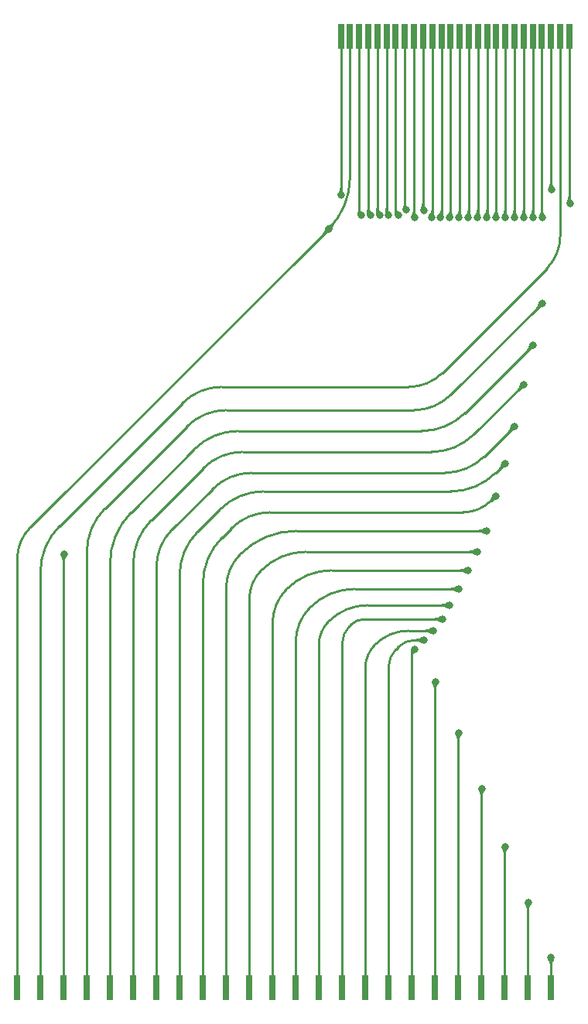
<source format=gbr>
%TF.GenerationSoftware,KiCad,Pcbnew,(6.0.10)*%
%TF.CreationDate,2023-01-23T22:05:49-08:00*%
%TF.ProjectId,Atari130MX-adapter-flexible-FFC,41746172-6931-4333-904d-582d61646170,rev?*%
%TF.SameCoordinates,Original*%
%TF.FileFunction,Copper,L1,Top*%
%TF.FilePolarity,Positive*%
%FSLAX46Y46*%
G04 Gerber Fmt 4.6, Leading zero omitted, Abs format (unit mm)*
G04 Created by KiCad (PCBNEW (6.0.10)) date 2023-01-23 22:05:49*
%MOMM*%
%LPD*%
G01*
G04 APERTURE LIST*
%TA.AperFunction,ConnectorPad*%
%ADD10R,0.700000X2.700000*%
%TD*%
%TA.AperFunction,ViaPad*%
%ADD11C,0.800000*%
%TD*%
%TA.AperFunction,Conductor*%
%ADD12C,0.250000*%
%TD*%
G04 APERTURE END LIST*
D10*
%TO.P,J2,1,Pin_1*%
%TO.N,Net-(J2-Pad1)*%
X100000000Y-30000000D03*
%TO.P,J2,2,Pin_2*%
%TO.N,Net-(J2-Pad2)*%
X99000000Y-30000000D03*
%TO.P,J2,3,Pin_3*%
%TO.N,Net-(J2-Pad3)*%
X98000000Y-30000000D03*
%TO.P,J2,4,Pin_4*%
%TO.N,Net-(J2-Pad4)*%
X97000000Y-30000000D03*
%TO.P,J2,5,Pin_5*%
%TO.N,Net-(J2-Pad5)*%
X96000000Y-30000000D03*
%TO.P,J2,6,Pin_6*%
%TO.N,Net-(J2-Pad6)*%
X95000000Y-30000000D03*
%TO.P,J2,7,Pin_7*%
%TO.N,Net-(J2-Pad7)*%
X94000000Y-30000000D03*
%TO.P,J2,8,Pin_8*%
%TO.N,Net-(J2-Pad8)*%
X93000000Y-30000000D03*
%TO.P,J2,9,Pin_9*%
%TO.N,Net-(J2-Pad9)*%
X92000000Y-30000000D03*
%TO.P,J2,10,Pin_10*%
%TO.N,Net-(J2-Pad10)*%
X91000000Y-30000000D03*
%TO.P,J2,11,Pin_11*%
%TO.N,Net-(J2-Pad11)*%
X90000000Y-30000000D03*
%TO.P,J2,12,Pin_12*%
%TO.N,Net-(J2-Pad12)*%
X89000000Y-30000000D03*
%TO.P,J2,13,Pin_13*%
%TO.N,Net-(J2-Pad13)*%
X88000000Y-30000000D03*
%TO.P,J2,14,Pin_14*%
%TO.N,Net-(J2-Pad14)*%
X87000000Y-30000000D03*
%TO.P,J2,15,Pin_15*%
%TO.N,Net-(J1-Pad15)*%
X86000000Y-30000000D03*
%TO.P,J2,16,Pin_16*%
%TO.N,Net-(J1-Pad16)*%
X85000000Y-30000000D03*
%TO.P,J2,17,Pin_17*%
%TO.N,Net-(J1-Pad17)*%
X84000000Y-30000000D03*
%TO.P,J2,18,Pin_18*%
%TO.N,Net-(J1-Pad18)*%
X83000000Y-30000000D03*
%TO.P,J2,19,Pin_19*%
%TO.N,Net-(J1-Pad19)*%
X82000000Y-30000000D03*
%TO.P,J2,20,Pin_20*%
%TO.N,Net-(J1-Pad20)*%
X81000000Y-30000000D03*
%TO.P,J2,21,Pin_21*%
%TO.N,Net-(J1-Pad21)*%
X80000000Y-30000000D03*
%TO.P,J2,22,Pin_22*%
%TO.N,Net-(J1-Pad22)*%
X79000000Y-30000000D03*
%TO.P,J2,23,Pin_23*%
%TO.N,Net-(J1-Pad23)*%
X78000000Y-30000000D03*
%TO.P,J2,24,Pin_24*%
%TO.N,Net-(J1-Pad24)*%
X77000000Y-30000000D03*
%TO.P,J2,25,Pin_25*%
%TO.N,Net-(J2-Pad1)*%
X76000000Y-30000000D03*
%TO.P,J2,26,Pin_26*%
%TO.N,Net-(J2-Pad3)*%
X75000000Y-30000000D03*
%TD*%
%TO.P,J1,1,Pin_1*%
%TO.N,Net-(J2-Pad1)*%
X39580000Y-134000000D03*
%TO.P,J1,2,Pin_2*%
%TO.N,Net-(J2-Pad2)*%
X42120000Y-134000000D03*
%TO.P,J1,3,Pin_3*%
%TO.N,Net-(J2-Pad3)*%
X44660000Y-134000000D03*
%TO.P,J1,4,Pin_4*%
%TO.N,Net-(J2-Pad4)*%
X47200000Y-134000000D03*
%TO.P,J1,5,Pin_5*%
%TO.N,Net-(J2-Pad5)*%
X49740000Y-134000000D03*
%TO.P,J1,6,Pin_6*%
%TO.N,Net-(J2-Pad6)*%
X52280000Y-134000000D03*
%TO.P,J1,7,Pin_7*%
%TO.N,Net-(J2-Pad7)*%
X54820000Y-134000000D03*
%TO.P,J1,8,Pin_8*%
%TO.N,Net-(J2-Pad8)*%
X57360000Y-134000000D03*
%TO.P,J1,9,Pin_9*%
%TO.N,Net-(J2-Pad9)*%
X59900000Y-134000000D03*
%TO.P,J1,10,Pin_10*%
%TO.N,Net-(J2-Pad10)*%
X62440000Y-134000000D03*
%TO.P,J1,11,Pin_11*%
%TO.N,Net-(J2-Pad11)*%
X64980000Y-134000000D03*
%TO.P,J1,12,Pin_12*%
%TO.N,Net-(J2-Pad12)*%
X67520000Y-134000000D03*
%TO.P,J1,13,Pin_13*%
%TO.N,Net-(J2-Pad13)*%
X70060000Y-134000000D03*
%TO.P,J1,14,Pin_14*%
%TO.N,Net-(J2-Pad14)*%
X72600000Y-134000000D03*
%TO.P,J1,15,Pin_15*%
%TO.N,Net-(J1-Pad15)*%
X75140000Y-134000000D03*
%TO.P,J1,16,Pin_16*%
%TO.N,Net-(J1-Pad16)*%
X77680000Y-134000000D03*
%TO.P,J1,17,Pin_17*%
%TO.N,Net-(J1-Pad17)*%
X80220000Y-134000000D03*
%TO.P,J1,18,Pin_18*%
%TO.N,Net-(J1-Pad18)*%
X82760000Y-134000000D03*
%TO.P,J1,19,Pin_19*%
%TO.N,Net-(J1-Pad19)*%
X85300000Y-134000000D03*
%TO.P,J1,20,Pin_20*%
%TO.N,Net-(J1-Pad20)*%
X87840000Y-134000000D03*
%TO.P,J1,21,Pin_21*%
%TO.N,Net-(J1-Pad21)*%
X90380000Y-134000000D03*
%TO.P,J1,22,Pin_22*%
%TO.N,Net-(J1-Pad22)*%
X92920000Y-134000000D03*
%TO.P,J1,23,Pin_23*%
%TO.N,Net-(J1-Pad23)*%
X95460000Y-134000000D03*
%TO.P,J1,24,Pin_24*%
%TO.N,Net-(J1-Pad24)*%
X98000000Y-134000000D03*
%TD*%
D11*
%TO.N,Net-(J2-Pad1)*%
X100076000Y-48260000D03*
X73665133Y-51048867D03*
%TO.N,Net-(J2-Pad3)*%
X75001823Y-47377419D03*
X44704000Y-86614000D03*
X98044000Y-46736000D03*
%TO.N,Net-(J2-Pad4)*%
X97028000Y-49784000D03*
X97028000Y-59182000D03*
%TO.N,Net-(J2-Pad5)*%
X96012000Y-49784000D03*
X96012000Y-63754000D03*
%TO.N,Net-(J2-Pad6)*%
X94996000Y-68072000D03*
X95012497Y-49784000D03*
%TO.N,Net-(J2-Pad7)*%
X93980000Y-49784000D03*
X93980000Y-72644000D03*
%TO.N,Net-(J2-Pad8)*%
X92964000Y-49784000D03*
X92964000Y-76708000D03*
%TO.N,Net-(J2-Pad9)*%
X91948000Y-80264000D03*
X91964497Y-49784000D03*
%TO.N,Net-(J2-Pad10)*%
X90964994Y-49784000D03*
X90932000Y-84074000D03*
%TO.N,Net-(J2-Pad11)*%
X89916000Y-86360000D03*
X89965491Y-49784000D03*
%TO.N,Net-(J2-Pad12)*%
X88900000Y-88392000D03*
X88900000Y-49784000D03*
%TO.N,Net-(J2-Pad13)*%
X87900497Y-49784000D03*
X87884000Y-90424000D03*
%TO.N,Net-(J2-Pad14)*%
X86868000Y-92202000D03*
X86900994Y-49784000D03*
%TO.N,Net-(J1-Pad15)*%
X85901491Y-49784000D03*
X86106000Y-93726000D03*
%TO.N,Net-(J1-Pad16)*%
X84901988Y-49784000D03*
X85090000Y-94996000D03*
%TO.N,Net-(J1-Pad17)*%
X84074000Y-96012000D03*
X84074000Y-49022000D03*
%TO.N,Net-(J1-Pad18)*%
X83058000Y-49784000D03*
X83058000Y-97028000D03*
%TO.N,Net-(J1-Pad19)*%
X82117515Y-48984500D03*
X85344000Y-100584000D03*
%TO.N,Net-(J1-Pad20)*%
X87884000Y-106172000D03*
X81280000Y-49530000D03*
%TO.N,Net-(J1-Pad21)*%
X80231006Y-49530000D03*
X90424000Y-112268000D03*
%TO.N,Net-(J1-Pad22)*%
X79231503Y-49530000D03*
X92964000Y-118618000D03*
%TO.N,Net-(J1-Pad23)*%
X78232000Y-49530000D03*
X95504000Y-124714000D03*
%TO.N,Net-(J1-Pad24)*%
X77228761Y-49575176D03*
X98000000Y-130766000D03*
%TD*%
D12*
%TO.N,Net-(J2-Pad1)*%
X76000000Y-45412000D02*
X76000000Y-30000000D01*
X100000000Y-30000000D02*
X100000000Y-48184000D01*
X41021000Y-83693000D02*
X73665133Y-51048867D01*
X39580000Y-134000000D02*
X39580000Y-87171881D01*
X100000000Y-48184000D02*
X100076000Y-48260000D01*
X41021005Y-83693005D02*
G75*
G03*
X39580000Y-87171881I3478895J-3478895D01*
G01*
X76000009Y-45412000D02*
G75*
G02*
X73665132Y-51048866I-7971709J0D01*
G01*
%TO.N,Net-(J2-Pad2)*%
X42120000Y-134000000D02*
X42120000Y-88602000D01*
X44213036Y-83548964D02*
X57639948Y-70122052D01*
X99000000Y-51837592D02*
X99000000Y-30000000D01*
X86106000Y-66802000D02*
X97536000Y-55372000D01*
X61976000Y-68326000D02*
X82426739Y-68326000D01*
X44213030Y-83548958D02*
G75*
G03*
X42120000Y-88602000I5053070J-5053042D01*
G01*
X86105989Y-66801989D02*
G75*
G02*
X82426739Y-68326000I-3679289J3679289D01*
G01*
X98999996Y-51837592D02*
G75*
G02*
X97536000Y-55372000I-4998396J-8D01*
G01*
X61976000Y-68326000D02*
G75*
G03*
X57639949Y-70122053I0J-6132100D01*
G01*
%TO.N,Net-(J2-Pad3)*%
X44660000Y-134000000D02*
X44660000Y-86658000D01*
X98000000Y-46629775D02*
X98000000Y-30000000D01*
X44660000Y-86658000D02*
X44704000Y-86614000D01*
X75000000Y-30000000D02*
X75000000Y-47373018D01*
X75001837Y-47377405D02*
G75*
G02*
X75000000Y-47373018I4363J4405D01*
G01*
X98000011Y-46629775D02*
G75*
G03*
X98044000Y-46736000I150189J-25D01*
G01*
%TO.N,Net-(J2-Pad4)*%
X49175656Y-81634343D02*
X49276000Y-81534000D01*
X62484000Y-70866000D02*
X83009134Y-70866000D01*
X97028000Y-49784000D02*
X97000000Y-49756000D01*
X47200000Y-134000000D02*
X47200000Y-86404000D01*
X49276000Y-81534000D02*
X58147949Y-72662051D01*
X97000000Y-49756000D02*
X97000000Y-30000000D01*
X86995000Y-69215000D02*
X97028000Y-59182000D01*
X49175659Y-81634346D02*
G75*
G03*
X47200000Y-86404000I4769641J-4769654D01*
G01*
X62484000Y-70866000D02*
G75*
G03*
X58147950Y-72662052I0J-6132100D01*
G01*
X86994990Y-69214990D02*
G75*
G02*
X83009134Y-70866000I-3985890J3985890D01*
G01*
%TO.N,Net-(J2-Pad5)*%
X49740000Y-134000000D02*
X49740000Y-87667117D01*
X63754000Y-73152000D02*
X83820000Y-73152000D01*
X96000000Y-32246000D02*
X96000000Y-30000000D01*
X96012000Y-49784000D02*
X96012000Y-32258000D01*
X96012000Y-32258000D02*
X96000000Y-32246000D01*
X88589657Y-71176343D02*
X96012000Y-63754000D01*
X52070000Y-82042000D02*
X58984344Y-75127656D01*
X52069995Y-82041995D02*
G75*
G03*
X49740000Y-87667117I5625105J-5625105D01*
G01*
X63754000Y-73151997D02*
G75*
G03*
X58984345Y-75127657I0J-6745303D01*
G01*
X88589654Y-71176340D02*
G75*
G02*
X83820000Y-73152000I-4769654J4769640D01*
G01*
%TO.N,Net-(J2-Pad6)*%
X95012497Y-49784000D02*
X95012497Y-32020497D01*
X89535000Y-73533000D02*
X94996000Y-68072000D01*
X52280000Y-134000000D02*
X52280000Y-87674000D01*
X95012497Y-32020497D02*
X95000000Y-32008000D01*
X64262000Y-75438000D02*
X84935924Y-75438000D01*
X95000000Y-32008000D02*
X95000000Y-30000000D01*
X54255656Y-82904343D02*
X59925948Y-77234052D01*
X64262000Y-75438000D02*
G75*
G03*
X59925949Y-77234053I0J-6132100D01*
G01*
X89534993Y-73532993D02*
G75*
G02*
X84935924Y-75438000I-4599093J4599093D01*
G01*
X54255659Y-82904346D02*
G75*
G03*
X52280000Y-87674000I4769641J-4769654D01*
G01*
%TO.N,Net-(J2-Pad7)*%
X93980000Y-49784000D02*
X94000000Y-49764000D01*
X54820000Y-134000000D02*
X54820000Y-88039091D01*
X56515000Y-83947000D02*
X60960000Y-79502000D01*
X94000000Y-49764000D02*
X94000000Y-30000000D01*
X90678000Y-75946000D02*
X93980000Y-72644000D01*
X65252471Y-77724000D02*
X86385529Y-77724000D01*
X90677992Y-75945992D02*
G75*
G02*
X86385529Y-77724000I-4292492J4292492D01*
G01*
X65252471Y-77723989D02*
G75*
G03*
X60960001Y-79502001I29J-6070511D01*
G01*
X56515002Y-83947002D02*
G75*
G03*
X54820000Y-88039091I4092098J-4092098D01*
G01*
%TO.N,Net-(J2-Pad8)*%
X66548000Y-79756000D02*
X87042319Y-79756000D01*
X59309000Y-84201000D02*
X61778344Y-81731656D01*
X57360000Y-134000000D02*
X57360000Y-88906302D01*
X92964000Y-32004000D02*
X93000000Y-31968000D01*
X92964000Y-49784000D02*
X92964000Y-32004000D01*
X91948000Y-77724000D02*
X92964000Y-76708000D01*
X93000000Y-31968000D02*
X93000000Y-30000000D01*
X91947995Y-77723995D02*
G75*
G02*
X87042319Y-79756000I-4905695J4905695D01*
G01*
X59308999Y-84200999D02*
G75*
G03*
X57360000Y-88906302I4705301J-4705301D01*
G01*
X66548000Y-79755997D02*
G75*
G03*
X61778345Y-81731657I0J-6745303D01*
G01*
%TO.N,Net-(J2-Pad9)*%
X92000000Y-49748497D02*
X92000000Y-30000000D01*
X61993036Y-84818964D02*
X62992000Y-83820000D01*
X67284471Y-82042000D02*
X88373949Y-82042000D01*
X59900000Y-134000000D02*
X59900000Y-89872000D01*
X91440000Y-80772000D02*
X91948000Y-80264000D01*
X91964497Y-49784000D02*
X92000000Y-49748497D01*
X67284471Y-82041989D02*
G75*
G03*
X62992001Y-83820001I29J-6070511D01*
G01*
X91440015Y-80772015D02*
G75*
G02*
X88373949Y-82042000I-3066015J3066015D01*
G01*
X61993030Y-84818958D02*
G75*
G03*
X59900000Y-89872000I5053070J-5053042D01*
G01*
%TO.N,Net-(J2-Pad10)*%
X70140102Y-84074000D02*
X90932000Y-84074000D01*
X90964994Y-49784000D02*
X91000000Y-49748994D01*
X91000000Y-49748994D02*
X91000000Y-30000000D01*
X62440000Y-134000000D02*
X62440000Y-90399486D01*
X70140102Y-84074002D02*
G75*
G03*
X64008001Y-86614001I-2J-8672098D01*
G01*
X64008004Y-86614004D02*
G75*
G03*
X62440000Y-90399486I3785496J-3785496D01*
G01*
%TO.N,Net-(J2-Pad11)*%
X64980000Y-134000000D02*
X64980000Y-91564276D01*
X90000000Y-49749491D02*
X90000000Y-30000000D01*
X71199681Y-86360000D02*
X89916000Y-86360000D01*
X89965491Y-49784000D02*
X90000000Y-49749491D01*
X71199681Y-86359993D02*
G75*
G03*
X66294000Y-88392000I19J-6937707D01*
G01*
X66294007Y-88392007D02*
G75*
G03*
X64980000Y-91564276I3172293J-3172293D01*
G01*
%TO.N,Net-(J2-Pad12)*%
X88900000Y-49784000D02*
X89000000Y-49684000D01*
X73993681Y-88392000D02*
X88900000Y-88392000D01*
X89000000Y-49684000D02*
X89000000Y-30000000D01*
X67520000Y-134000000D02*
X67520000Y-94209486D01*
X73993681Y-88391993D02*
G75*
G03*
X69088000Y-90424000I19J-6937707D01*
G01*
X69088004Y-90424004D02*
G75*
G03*
X67520000Y-94209486I3785496J-3785496D01*
G01*
%TO.N,Net-(J2-Pad13)*%
X76533681Y-90424000D02*
X87884000Y-90424000D01*
X70060000Y-134000000D02*
X70060000Y-96241486D01*
X87900497Y-49784000D02*
X88000000Y-49684497D01*
X88000000Y-49684497D02*
X88000000Y-30000000D01*
X76533681Y-90423993D02*
G75*
G03*
X71628000Y-92456000I19J-6937707D01*
G01*
X71628004Y-92456004D02*
G75*
G03*
X70060000Y-96241486I3785496J-3785496D01*
G01*
%TO.N,Net-(J2-Pad14)*%
X87000000Y-49684994D02*
X86900994Y-49784000D01*
X77952471Y-92202000D02*
X86868000Y-92202000D01*
X87000000Y-30000000D02*
X87000000Y-49684994D01*
X72600000Y-134000000D02*
X72600000Y-96539066D01*
X77952471Y-92201989D02*
G75*
G03*
X73660001Y-93980001I29J-6070511D01*
G01*
X73660010Y-93980010D02*
G75*
G03*
X72600000Y-96539066I2559090J-2559090D01*
G01*
%TO.N,Net-(J1-Pad15)*%
X86000000Y-30000000D02*
X86000000Y-49685491D01*
X75946000Y-94488000D02*
X76073000Y-94361000D01*
X77606025Y-93726000D02*
X86106000Y-93726000D01*
X75140000Y-134000000D02*
X75140000Y-96433856D01*
X86000000Y-49685491D02*
X85901491Y-49784000D01*
X75946013Y-94488013D02*
G75*
G03*
X75140000Y-96433856I1945887J-1945887D01*
G01*
X77606025Y-93726011D02*
G75*
G03*
X76073000Y-94361000I-25J-2167989D01*
G01*
%TO.N,Net-(J1-Pad16)*%
X77680000Y-134000000D02*
X77680000Y-99079066D01*
X85000000Y-30000000D02*
X85000000Y-49685988D01*
X82419261Y-94996000D02*
X85090000Y-94996000D01*
X85000000Y-49685988D02*
X84901988Y-49784000D01*
X78740010Y-96520010D02*
G75*
G03*
X77680000Y-99079066I2559090J-2559090D01*
G01*
X82419261Y-94995985D02*
G75*
G03*
X78740001Y-96520001I39J-5203315D01*
G01*
%TO.N,Net-(J1-Pad17)*%
X80220000Y-134000000D02*
X80220000Y-98973856D01*
X83119630Y-96012000D02*
X84074000Y-96012000D01*
X84074000Y-49022000D02*
X84000000Y-48948000D01*
X84000000Y-48948000D02*
X84000000Y-30000000D01*
X81026000Y-97028000D02*
X81280000Y-96774000D01*
X81026013Y-97028013D02*
G75*
G03*
X80220000Y-98973856I1945887J-1945887D01*
G01*
X83119630Y-96012013D02*
G75*
G03*
X81280000Y-96774000I-30J-2601587D01*
G01*
%TO.N,Net-(J1-Pad18)*%
X82760000Y-97326000D02*
X82760000Y-134000000D01*
X83000000Y-30000000D02*
X83000000Y-49726000D01*
X83058000Y-97028000D02*
X82760000Y-97326000D01*
X83000000Y-49726000D02*
X83058000Y-49784000D01*
%TO.N,Net-(J1-Pad19)*%
X82000000Y-48866985D02*
X82117515Y-48984500D01*
X82000000Y-30000000D02*
X82000000Y-48866985D01*
X85300000Y-100628000D02*
X85300000Y-134000000D01*
X85344000Y-100584000D02*
X85300000Y-100628000D01*
%TO.N,Net-(J1-Pad20)*%
X81000000Y-49250000D02*
X81280000Y-49530000D01*
X81000000Y-30000000D02*
X81000000Y-49250000D01*
X87840000Y-106216000D02*
X87840000Y-134000000D01*
X87884000Y-106172000D02*
X87840000Y-106216000D01*
%TO.N,Net-(J1-Pad21)*%
X90380000Y-112312000D02*
X90380000Y-134000000D01*
X90424000Y-112268000D02*
X90380000Y-112312000D01*
X80000000Y-49298994D02*
X80231006Y-49530000D01*
X80000000Y-30000000D02*
X80000000Y-49298994D01*
%TO.N,Net-(J1-Pad22)*%
X92964000Y-118618000D02*
X92920000Y-118662000D01*
X92920000Y-118662000D02*
X92920000Y-134000000D01*
X79000000Y-49298497D02*
X79231503Y-49530000D01*
X79000000Y-30000000D02*
X79000000Y-49298497D01*
%TO.N,Net-(J1-Pad23)*%
X95504000Y-124714000D02*
X95460000Y-124758000D01*
X95460000Y-124758000D02*
X95460000Y-134000000D01*
X78000000Y-49298000D02*
X78232000Y-49530000D01*
X78000000Y-30000000D02*
X78000000Y-49298000D01*
%TO.N,Net-(J1-Pad24)*%
X77000000Y-30000000D02*
X77000000Y-49346415D01*
X98000000Y-130766000D02*
X98000000Y-134000000D01*
X77000000Y-49346415D02*
X77228761Y-49575176D01*
%TD*%
%TA.AperFunction,Conductor*%
%TO.N,Net-(J2-Pad1)*%
G36*
X100122022Y-47467427D02*
G01*
X100125440Y-47475242D01*
X100128334Y-47549150D01*
X100138063Y-47620515D01*
X100153774Y-47680809D01*
X100175057Y-47732748D01*
X100201498Y-47779045D01*
X100232688Y-47822415D01*
X100268213Y-47865572D01*
X100268260Y-47865626D01*
X100307575Y-47911132D01*
X100307661Y-47911232D01*
X100350490Y-47961951D01*
X100350752Y-47962273D01*
X100391532Y-48014338D01*
X100393935Y-48022962D01*
X100392131Y-48027925D01*
X100120324Y-48446213D01*
X100112942Y-48451283D01*
X100103760Y-48449392D01*
X99874523Y-48287348D01*
X99696456Y-48161475D01*
X99691679Y-48153901D01*
X99692001Y-48148566D01*
X99713927Y-48075307D01*
X99714137Y-48074673D01*
X99739189Y-48005600D01*
X99739377Y-48005116D01*
X99764510Y-47944368D01*
X99764601Y-47944154D01*
X99770841Y-47929883D01*
X99789058Y-47888218D01*
X99811986Y-47833768D01*
X99831865Y-47779288D01*
X99832459Y-47777660D01*
X99832460Y-47777656D01*
X99832538Y-47777443D01*
X99849915Y-47715772D01*
X99856564Y-47680809D01*
X99863271Y-47645535D01*
X99863272Y-47645531D01*
X99863318Y-47645287D01*
X99871946Y-47562519D01*
X99874649Y-47475337D01*
X99878330Y-47467174D01*
X99886343Y-47464000D01*
X100113749Y-47464000D01*
X100122022Y-47467427D01*
G37*
%TD.AperFunction*%
%TD*%
%TA.AperFunction,Conductor*%
%TO.N,Net-(J2-Pad1)*%
G36*
X73801195Y-51181558D02*
G01*
X73801153Y-51183690D01*
X73801153Y-51183691D01*
X73796567Y-51418310D01*
X73792979Y-51426514D01*
X73788386Y-51429240D01*
X73721500Y-51450324D01*
X73720944Y-51450484D01*
X73654263Y-51467773D01*
X73653930Y-51467854D01*
X73593222Y-51481566D01*
X73593222Y-51481565D01*
X73593218Y-51481567D01*
X73536878Y-51494274D01*
X73483286Y-51508573D01*
X73483067Y-51508650D01*
X73483064Y-51508651D01*
X73430977Y-51526985D01*
X73430969Y-51526988D01*
X73430683Y-51527089D01*
X73377308Y-51552450D01*
X73377030Y-51552623D01*
X73377023Y-51552627D01*
X73321658Y-51587118D01*
X73321395Y-51587282D01*
X73321157Y-51587468D01*
X73321152Y-51587471D01*
X73261376Y-51634062D01*
X73261369Y-51634068D01*
X73261183Y-51634213D01*
X73231940Y-51661418D01*
X73203170Y-51688182D01*
X73194779Y-51691308D01*
X73186928Y-51687889D01*
X73026110Y-51527071D01*
X73022683Y-51518798D01*
X73025816Y-51510831D01*
X73079786Y-51452816D01*
X73079931Y-51452630D01*
X73079937Y-51452623D01*
X73126528Y-51392847D01*
X73126531Y-51392842D01*
X73126717Y-51392604D01*
X73126881Y-51392341D01*
X73161372Y-51336976D01*
X73161376Y-51336969D01*
X73161549Y-51336691D01*
X73186910Y-51283316D01*
X73187011Y-51283030D01*
X73187014Y-51283022D01*
X73205348Y-51230935D01*
X73205349Y-51230932D01*
X73205426Y-51230713D01*
X73219725Y-51177121D01*
X73232432Y-51120781D01*
X73232435Y-51120777D01*
X73232433Y-51120777D01*
X73246145Y-51060069D01*
X73246233Y-51059710D01*
X73263508Y-50993085D01*
X73263674Y-50992504D01*
X73284760Y-50925613D01*
X73290516Y-50918753D01*
X73295690Y-50917433D01*
X73348598Y-50916398D01*
X73806554Y-50907446D01*
X73801195Y-51181558D01*
G37*
%TD.AperFunction*%
%TD*%
%TA.AperFunction,Conductor*%
%TO.N,Net-(J2-Pad1)*%
G36*
X74113423Y-50383800D02*
G01*
X74289523Y-50527682D01*
X74293761Y-50535570D01*
X74291404Y-50543862D01*
X74241072Y-50609495D01*
X74197537Y-50675944D01*
X74165235Y-50736356D01*
X74165136Y-50736593D01*
X74165132Y-50736602D01*
X74141791Y-50792646D01*
X74141787Y-50792658D01*
X74141695Y-50792878D01*
X74124448Y-50847658D01*
X74111023Y-50902845D01*
X74111006Y-50902925D01*
X74111001Y-50902948D01*
X74098955Y-50960563D01*
X74098950Y-50960586D01*
X74085796Y-51022864D01*
X74085720Y-51023199D01*
X74069051Y-51092050D01*
X74068912Y-51092572D01*
X74048497Y-51162578D01*
X74042891Y-51169561D01*
X74037788Y-51170991D01*
X73527304Y-51193791D01*
X73525018Y-50781147D01*
X73524474Y-50682844D01*
X73527855Y-50674552D01*
X73532387Y-50671709D01*
X73598196Y-50649194D01*
X73598771Y-50649013D01*
X73630417Y-50639979D01*
X73665024Y-50630099D01*
X73665298Y-50630026D01*
X73725812Y-50614617D01*
X73726225Y-50614510D01*
X73781823Y-50600041D01*
X73781837Y-50600037D01*
X73781956Y-50600006D01*
X73800196Y-50594331D01*
X73834772Y-50583574D01*
X73834781Y-50583571D01*
X73835018Y-50583497D01*
X73886445Y-50562353D01*
X73937681Y-50533837D01*
X73990174Y-50495211D01*
X73990408Y-50494993D01*
X73990415Y-50494987D01*
X74045169Y-50443925D01*
X74045173Y-50443921D01*
X74045368Y-50443739D01*
X74097257Y-50385106D01*
X74105308Y-50381182D01*
X74113423Y-50383800D01*
G37*
%TD.AperFunction*%
%TD*%
%TA.AperFunction,Conductor*%
%TO.N,Net-(J2-Pad3)*%
G36*
X44733088Y-86424807D02*
G01*
X45037891Y-86819682D01*
X45040233Y-86828325D01*
X45038385Y-86833289D01*
X45000332Y-86890774D01*
X45000087Y-86891129D01*
X44960023Y-86946532D01*
X44959902Y-86946696D01*
X44922719Y-86996196D01*
X44888948Y-87042610D01*
X44859107Y-87088778D01*
X44833658Y-87137616D01*
X44813061Y-87192040D01*
X44797779Y-87254968D01*
X44788271Y-87329315D01*
X44788262Y-87329568D01*
X44788261Y-87329576D01*
X44785416Y-87406731D01*
X44781687Y-87414872D01*
X44773724Y-87418000D01*
X44546329Y-87418000D01*
X44538056Y-87414573D01*
X44534635Y-87406676D01*
X44531906Y-87321895D01*
X44531906Y-87321893D01*
X44531899Y-87321680D01*
X44524636Y-87255301D01*
X44523080Y-87241080D01*
X44523079Y-87241073D01*
X44523052Y-87240827D01*
X44509141Y-87172086D01*
X44490847Y-87112104D01*
X44481447Y-87088778D01*
X44468925Y-87057708D01*
X44468924Y-87057707D01*
X44468852Y-87057527D01*
X44443839Y-87005003D01*
X44416489Y-86951177D01*
X44387580Y-86892886D01*
X44387396Y-86892497D01*
X44357636Y-86826491D01*
X44357397Y-86825922D01*
X44330282Y-86756181D01*
X44330478Y-86747228D01*
X44333681Y-86742966D01*
X44413538Y-86676185D01*
X44716321Y-86422981D01*
X44724865Y-86420302D01*
X44733088Y-86424807D01*
G37*
%TD.AperFunction*%
%TD*%
%TA.AperFunction,Conductor*%
%TO.N,Net-(J2-Pad3)*%
G36*
X98121994Y-45933202D02*
G01*
X98125413Y-45941046D01*
X98128265Y-46018778D01*
X98137756Y-46093408D01*
X98153017Y-46156587D01*
X98173593Y-46211241D01*
X98199028Y-46260294D01*
X98228866Y-46306669D01*
X98262651Y-46353293D01*
X98262681Y-46353333D01*
X98299877Y-46403021D01*
X98300000Y-46403189D01*
X98340088Y-46458770D01*
X98340360Y-46459164D01*
X98378516Y-46516909D01*
X98380218Y-46525701D01*
X98378013Y-46530514D01*
X98072976Y-46925210D01*
X98065205Y-46929660D01*
X98056207Y-46927026D01*
X97954655Y-46842000D01*
X97673754Y-46606814D01*
X97669612Y-46598876D01*
X97670362Y-46593601D01*
X97694911Y-46530514D01*
X97697582Y-46523649D01*
X97697817Y-46523089D01*
X97727638Y-46456887D01*
X97727819Y-46456504D01*
X97756718Y-46398089D01*
X97756766Y-46397993D01*
X97784058Y-46344082D01*
X97784065Y-46344067D01*
X97784080Y-46344038D01*
X97801791Y-46306669D01*
X97808978Y-46291506D01*
X97808985Y-46291490D01*
X97809056Y-46291340D01*
X97831001Y-46236582D01*
X97849241Y-46176405D01*
X97863102Y-46107451D01*
X97871913Y-46026361D01*
X97874638Y-45941101D01*
X97878327Y-45932942D01*
X97886332Y-45929775D01*
X98113721Y-45929775D01*
X98121994Y-45933202D01*
G37*
%TD.AperFunction*%
%TD*%
%TA.AperFunction,Conductor*%
%TO.N,Net-(J2-Pad3)*%
G36*
X75121983Y-46586445D02*
G01*
X75125403Y-46594300D01*
X75128248Y-46673895D01*
X75137598Y-46750033D01*
X75152458Y-46814538D01*
X75152563Y-46814836D01*
X75152565Y-46814842D01*
X75172131Y-46870224D01*
X75172235Y-46870518D01*
X75172368Y-46870796D01*
X75172370Y-46870802D01*
X75172889Y-46871889D01*
X75196338Y-46921081D01*
X75224174Y-46969334D01*
X75225191Y-46970944D01*
X75255152Y-47018385D01*
X75288589Y-47071199D01*
X75288773Y-47071500D01*
X75324008Y-47131048D01*
X75324294Y-47131560D01*
X75334414Y-47150808D01*
X75357104Y-47193966D01*
X75357921Y-47202884D01*
X75355219Y-47207482D01*
X75011140Y-47568607D01*
X75002952Y-47572233D01*
X74994273Y-47568685D01*
X74913752Y-47485724D01*
X74646871Y-47210756D01*
X74643568Y-47202433D01*
X74644862Y-47197258D01*
X74677213Y-47134339D01*
X74677498Y-47133818D01*
X74678808Y-47131561D01*
X74712309Y-47073817D01*
X74712490Y-47073514D01*
X74745598Y-47020311D01*
X74776271Y-46971018D01*
X74776272Y-46971016D01*
X74776317Y-46970944D01*
X74777166Y-46969455D01*
X74803856Y-46922604D01*
X74803961Y-46922420D01*
X74827929Y-46871612D01*
X74847619Y-46815394D01*
X74847690Y-46815083D01*
X74847693Y-46815073D01*
X74862360Y-46750940D01*
X74862429Y-46750640D01*
X74862464Y-46750350D01*
X74862466Y-46750341D01*
X74871727Y-46674471D01*
X74871727Y-46674465D01*
X74871757Y-46674223D01*
X74874599Y-46594302D01*
X74878318Y-46586156D01*
X74886292Y-46583018D01*
X75113710Y-46583018D01*
X75121983Y-46586445D01*
G37*
%TD.AperFunction*%
%TD*%
%TA.AperFunction,Conductor*%
%TO.N,Net-(J2-Pad4)*%
G36*
X97121983Y-48979427D02*
G01*
X97125403Y-48987282D01*
X97128232Y-49066507D01*
X97137606Y-49142406D01*
X97152634Y-49206712D01*
X97172828Y-49262438D01*
X97197702Y-49312598D01*
X97226769Y-49360206D01*
X97259540Y-49408277D01*
X97279383Y-49436698D01*
X97295457Y-49459720D01*
X97295597Y-49459925D01*
X97334112Y-49517655D01*
X97334383Y-49518081D01*
X97370874Y-49578246D01*
X97372234Y-49587096D01*
X97369839Y-49591826D01*
X97049506Y-49974203D01*
X97041566Y-49978345D01*
X97032679Y-49975358D01*
X96663125Y-49640338D01*
X96659297Y-49632243D01*
X96660253Y-49627006D01*
X96677600Y-49587096D01*
X96689787Y-49559057D01*
X96690029Y-49558538D01*
X96722001Y-49494048D01*
X96722177Y-49493706D01*
X96752790Y-49436744D01*
X96752815Y-49436698D01*
X96781432Y-49384023D01*
X96781439Y-49384010D01*
X96781479Y-49383936D01*
X96793417Y-49360206D01*
X96807358Y-49332492D01*
X96807359Y-49332491D01*
X96807450Y-49332309D01*
X96830100Y-49278525D01*
X96848806Y-49219293D01*
X96862941Y-49151323D01*
X96871881Y-49071322D01*
X96874630Y-48987317D01*
X96878326Y-48979161D01*
X96886324Y-48976000D01*
X97113710Y-48976000D01*
X97121983Y-48979427D01*
G37*
%TD.AperFunction*%
%TD*%
%TA.AperFunction,Conductor*%
%TO.N,Net-(J2-Pad4)*%
G36*
X97165595Y-59044082D02*
G01*
X97169183Y-59052744D01*
X97159434Y-59551443D01*
X97155846Y-59559647D01*
X97151253Y-59562373D01*
X97084367Y-59583457D01*
X97083811Y-59583617D01*
X97017130Y-59600906D01*
X97016797Y-59600987D01*
X96956089Y-59614699D01*
X96956089Y-59614698D01*
X96956085Y-59614700D01*
X96899745Y-59627407D01*
X96846153Y-59641706D01*
X96845934Y-59641783D01*
X96845931Y-59641784D01*
X96793844Y-59660118D01*
X96793836Y-59660121D01*
X96793550Y-59660222D01*
X96740175Y-59685583D01*
X96739897Y-59685756D01*
X96739890Y-59685760D01*
X96684525Y-59720251D01*
X96684262Y-59720415D01*
X96684024Y-59720601D01*
X96684019Y-59720604D01*
X96624243Y-59767195D01*
X96624236Y-59767201D01*
X96624050Y-59767346D01*
X96594807Y-59794551D01*
X96566037Y-59821315D01*
X96557646Y-59824441D01*
X96549795Y-59821022D01*
X96388977Y-59660204D01*
X96385550Y-59651931D01*
X96388683Y-59643964D01*
X96442653Y-59585949D01*
X96442798Y-59585763D01*
X96442804Y-59585756D01*
X96489395Y-59525980D01*
X96489398Y-59525975D01*
X96489584Y-59525737D01*
X96489748Y-59525474D01*
X96524239Y-59470109D01*
X96524243Y-59470102D01*
X96524416Y-59469824D01*
X96549777Y-59416449D01*
X96549878Y-59416163D01*
X96549881Y-59416155D01*
X96568215Y-59364068D01*
X96568216Y-59364065D01*
X96568293Y-59363846D01*
X96582592Y-59310254D01*
X96595299Y-59253914D01*
X96595302Y-59253910D01*
X96595300Y-59253910D01*
X96609012Y-59193202D01*
X96609100Y-59192843D01*
X96626375Y-59126218D01*
X96626541Y-59125637D01*
X96647627Y-59058746D01*
X96653383Y-59051886D01*
X96658557Y-59050566D01*
X97157256Y-59040817D01*
X97165595Y-59044082D01*
G37*
%TD.AperFunction*%
%TD*%
%TA.AperFunction,Conductor*%
%TO.N,Net-(J2-Pad5)*%
G36*
X96133988Y-48997427D02*
G01*
X96137407Y-49005278D01*
X96140266Y-49084461D01*
X96149658Y-49160222D01*
X96164564Y-49224389D01*
X96184374Y-49280064D01*
X96208476Y-49330352D01*
X96236261Y-49378359D01*
X96236304Y-49378427D01*
X96236310Y-49378437D01*
X96267116Y-49427187D01*
X96267118Y-49427190D01*
X96300320Y-49479763D01*
X96300513Y-49480078D01*
X96335443Y-49539465D01*
X96335736Y-49539994D01*
X96368119Y-49602191D01*
X96368900Y-49611112D01*
X96366175Y-49615702D01*
X96020433Y-49975231D01*
X96012229Y-49978819D01*
X96003567Y-49975231D01*
X95657826Y-49615703D01*
X95654561Y-49607364D01*
X95655881Y-49602190D01*
X95688263Y-49539994D01*
X95688556Y-49539465D01*
X95723486Y-49480078D01*
X95723679Y-49479763D01*
X95756881Y-49427190D01*
X95756884Y-49427188D01*
X95756883Y-49427187D01*
X95787689Y-49378437D01*
X95787695Y-49378427D01*
X95787738Y-49378359D01*
X95815523Y-49330352D01*
X95839625Y-49280064D01*
X95859435Y-49224389D01*
X95874341Y-49160222D01*
X95883733Y-49084461D01*
X95886593Y-49005278D01*
X95890316Y-48997134D01*
X95898285Y-48994000D01*
X96125715Y-48994000D01*
X96133988Y-48997427D01*
G37*
%TD.AperFunction*%
%TD*%
%TA.AperFunction,Conductor*%
%TO.N,Net-(J2-Pad5)*%
G36*
X96149595Y-63616082D02*
G01*
X96153183Y-63624744D01*
X96143434Y-64123443D01*
X96139846Y-64131647D01*
X96135253Y-64134373D01*
X96068367Y-64155457D01*
X96067811Y-64155617D01*
X96001130Y-64172906D01*
X96000797Y-64172987D01*
X95940089Y-64186699D01*
X95940089Y-64186698D01*
X95940085Y-64186700D01*
X95883745Y-64199407D01*
X95830153Y-64213706D01*
X95829934Y-64213783D01*
X95829931Y-64213784D01*
X95777844Y-64232118D01*
X95777836Y-64232121D01*
X95777550Y-64232222D01*
X95724175Y-64257583D01*
X95723897Y-64257756D01*
X95723890Y-64257760D01*
X95668525Y-64292251D01*
X95668262Y-64292415D01*
X95668024Y-64292601D01*
X95668019Y-64292604D01*
X95608243Y-64339195D01*
X95608236Y-64339201D01*
X95608050Y-64339346D01*
X95578807Y-64366551D01*
X95550037Y-64393315D01*
X95541646Y-64396441D01*
X95533795Y-64393022D01*
X95372977Y-64232204D01*
X95369550Y-64223931D01*
X95372683Y-64215964D01*
X95426653Y-64157949D01*
X95426798Y-64157763D01*
X95426804Y-64157756D01*
X95473395Y-64097980D01*
X95473398Y-64097975D01*
X95473584Y-64097737D01*
X95473748Y-64097474D01*
X95508239Y-64042109D01*
X95508243Y-64042102D01*
X95508416Y-64041824D01*
X95533777Y-63988449D01*
X95533878Y-63988163D01*
X95533881Y-63988155D01*
X95552215Y-63936068D01*
X95552216Y-63936065D01*
X95552293Y-63935846D01*
X95566592Y-63882254D01*
X95579299Y-63825914D01*
X95579302Y-63825910D01*
X95579300Y-63825910D01*
X95593012Y-63765202D01*
X95593100Y-63764843D01*
X95610375Y-63698218D01*
X95610541Y-63697637D01*
X95631627Y-63630746D01*
X95637383Y-63623886D01*
X95642557Y-63622566D01*
X96141256Y-63612817D01*
X96149595Y-63616082D01*
G37*
%TD.AperFunction*%
%TD*%
%TA.AperFunction,Conductor*%
%TO.N,Net-(J2-Pad6)*%
G36*
X95134485Y-48997427D02*
G01*
X95137904Y-49005278D01*
X95140763Y-49084461D01*
X95150155Y-49160222D01*
X95165061Y-49224389D01*
X95184871Y-49280064D01*
X95208973Y-49330352D01*
X95236758Y-49378359D01*
X95236801Y-49378427D01*
X95236807Y-49378437D01*
X95267613Y-49427187D01*
X95267615Y-49427190D01*
X95300817Y-49479763D01*
X95301010Y-49480078D01*
X95335940Y-49539465D01*
X95336233Y-49539994D01*
X95368616Y-49602191D01*
X95369397Y-49611112D01*
X95366672Y-49615702D01*
X95020930Y-49975231D01*
X95012726Y-49978819D01*
X95004064Y-49975231D01*
X94658323Y-49615703D01*
X94655058Y-49607364D01*
X94656378Y-49602190D01*
X94688760Y-49539994D01*
X94689053Y-49539465D01*
X94723983Y-49480078D01*
X94724176Y-49479763D01*
X94757378Y-49427190D01*
X94757381Y-49427188D01*
X94757380Y-49427187D01*
X94788186Y-49378437D01*
X94788192Y-49378427D01*
X94788235Y-49378359D01*
X94816020Y-49330352D01*
X94840122Y-49280064D01*
X94859932Y-49224389D01*
X94874838Y-49160222D01*
X94884230Y-49084461D01*
X94887090Y-49005278D01*
X94890813Y-48997134D01*
X94898782Y-48994000D01*
X95126212Y-48994000D01*
X95134485Y-48997427D01*
G37*
%TD.AperFunction*%
%TD*%
%TA.AperFunction,Conductor*%
%TO.N,Net-(J2-Pad6)*%
G36*
X95133595Y-67934082D02*
G01*
X95137183Y-67942744D01*
X95127434Y-68441443D01*
X95123846Y-68449647D01*
X95119253Y-68452373D01*
X95052367Y-68473457D01*
X95051811Y-68473617D01*
X94985130Y-68490906D01*
X94984797Y-68490987D01*
X94924089Y-68504699D01*
X94924089Y-68504698D01*
X94924085Y-68504700D01*
X94867745Y-68517407D01*
X94814153Y-68531706D01*
X94813934Y-68531783D01*
X94813931Y-68531784D01*
X94761844Y-68550118D01*
X94761836Y-68550121D01*
X94761550Y-68550222D01*
X94708175Y-68575583D01*
X94707897Y-68575756D01*
X94707890Y-68575760D01*
X94652525Y-68610251D01*
X94652262Y-68610415D01*
X94652024Y-68610601D01*
X94652019Y-68610604D01*
X94592243Y-68657195D01*
X94592236Y-68657201D01*
X94592050Y-68657346D01*
X94562807Y-68684551D01*
X94534037Y-68711315D01*
X94525646Y-68714441D01*
X94517795Y-68711022D01*
X94356977Y-68550204D01*
X94353550Y-68541931D01*
X94356683Y-68533964D01*
X94410653Y-68475949D01*
X94410798Y-68475763D01*
X94410804Y-68475756D01*
X94457395Y-68415980D01*
X94457398Y-68415975D01*
X94457584Y-68415737D01*
X94457748Y-68415474D01*
X94492239Y-68360109D01*
X94492243Y-68360102D01*
X94492416Y-68359824D01*
X94517777Y-68306449D01*
X94517878Y-68306163D01*
X94517881Y-68306155D01*
X94536215Y-68254068D01*
X94536216Y-68254065D01*
X94536293Y-68253846D01*
X94550592Y-68200254D01*
X94563299Y-68143914D01*
X94563302Y-68143910D01*
X94563300Y-68143910D01*
X94577012Y-68083202D01*
X94577100Y-68082843D01*
X94594375Y-68016218D01*
X94594541Y-68015637D01*
X94615627Y-67948746D01*
X94621383Y-67941886D01*
X94626557Y-67940566D01*
X95125256Y-67930817D01*
X95133595Y-67934082D01*
G37*
%TD.AperFunction*%
%TD*%
%TA.AperFunction,Conductor*%
%TO.N,Net-(J2-Pad7)*%
G36*
X94121964Y-48987427D02*
G01*
X94125384Y-48995302D01*
X94128182Y-49077586D01*
X94128210Y-49077825D01*
X94128210Y-49077828D01*
X94136509Y-49149205D01*
X94137306Y-49156064D01*
X94137364Y-49156331D01*
X94151675Y-49222372D01*
X94151677Y-49222381D01*
X94151739Y-49222665D01*
X94170849Y-49280623D01*
X94194001Y-49333169D01*
X94194099Y-49333354D01*
X94220510Y-49383434D01*
X94220526Y-49383462D01*
X94220564Y-49383535D01*
X94220619Y-49383631D01*
X94249880Y-49434911D01*
X94249904Y-49434953D01*
X94281297Y-49490494D01*
X94281483Y-49490837D01*
X94314238Y-49553595D01*
X94314504Y-49554137D01*
X94344760Y-49620203D01*
X94345089Y-49629152D01*
X94342140Y-49633596D01*
X93978874Y-49975412D01*
X93970500Y-49978586D01*
X93962028Y-49974570D01*
X93661573Y-49629152D01*
X93634660Y-49598211D01*
X93631816Y-49589720D01*
X93633381Y-49584640D01*
X93668600Y-49524239D01*
X93668883Y-49523778D01*
X93706310Y-49465909D01*
X93706469Y-49465669D01*
X93741600Y-49414176D01*
X93773743Y-49366294D01*
X93773747Y-49366288D01*
X93773824Y-49366173D01*
X93802539Y-49318737D01*
X93827217Y-49268837D01*
X93843879Y-49222949D01*
X93847216Y-49213757D01*
X93847330Y-49213443D01*
X93862350Y-49149526D01*
X93871749Y-49074055D01*
X93874593Y-48995278D01*
X93878316Y-48987134D01*
X93886285Y-48984000D01*
X94113691Y-48984000D01*
X94121964Y-48987427D01*
G37*
%TD.AperFunction*%
%TD*%
%TA.AperFunction,Conductor*%
%TO.N,Net-(J2-Pad7)*%
G36*
X94117595Y-72506082D02*
G01*
X94121183Y-72514744D01*
X94111434Y-73013443D01*
X94107846Y-73021647D01*
X94103253Y-73024373D01*
X94036367Y-73045457D01*
X94035811Y-73045617D01*
X93969130Y-73062906D01*
X93968797Y-73062987D01*
X93908089Y-73076699D01*
X93908089Y-73076698D01*
X93908085Y-73076700D01*
X93851745Y-73089407D01*
X93798153Y-73103706D01*
X93797934Y-73103783D01*
X93797931Y-73103784D01*
X93745844Y-73122118D01*
X93745836Y-73122121D01*
X93745550Y-73122222D01*
X93692175Y-73147583D01*
X93691897Y-73147756D01*
X93691890Y-73147760D01*
X93636525Y-73182251D01*
X93636262Y-73182415D01*
X93636024Y-73182601D01*
X93636019Y-73182604D01*
X93576243Y-73229195D01*
X93576236Y-73229201D01*
X93576050Y-73229346D01*
X93546807Y-73256551D01*
X93518037Y-73283315D01*
X93509646Y-73286441D01*
X93501795Y-73283022D01*
X93340977Y-73122204D01*
X93337550Y-73113931D01*
X93340683Y-73105964D01*
X93394653Y-73047949D01*
X93394798Y-73047763D01*
X93394804Y-73047756D01*
X93441395Y-72987980D01*
X93441398Y-72987975D01*
X93441584Y-72987737D01*
X93441748Y-72987474D01*
X93476239Y-72932109D01*
X93476243Y-72932102D01*
X93476416Y-72931824D01*
X93501777Y-72878449D01*
X93501878Y-72878163D01*
X93501881Y-72878155D01*
X93520215Y-72826068D01*
X93520216Y-72826065D01*
X93520293Y-72825846D01*
X93534592Y-72772254D01*
X93547299Y-72715914D01*
X93547302Y-72715910D01*
X93547300Y-72715910D01*
X93561012Y-72655202D01*
X93561100Y-72654843D01*
X93578375Y-72588218D01*
X93578541Y-72587637D01*
X93599627Y-72520746D01*
X93605383Y-72513886D01*
X93610557Y-72512566D01*
X94109256Y-72502817D01*
X94117595Y-72506082D01*
G37*
%TD.AperFunction*%
%TD*%
%TA.AperFunction,Conductor*%
%TO.N,Net-(J2-Pad8)*%
G36*
X93085988Y-48997427D02*
G01*
X93089407Y-49005278D01*
X93092266Y-49084461D01*
X93101658Y-49160222D01*
X93116564Y-49224389D01*
X93136374Y-49280064D01*
X93160476Y-49330352D01*
X93188261Y-49378359D01*
X93188304Y-49378427D01*
X93188310Y-49378437D01*
X93219116Y-49427187D01*
X93219118Y-49427190D01*
X93252320Y-49479763D01*
X93252513Y-49480078D01*
X93287443Y-49539465D01*
X93287736Y-49539994D01*
X93320119Y-49602191D01*
X93320900Y-49611112D01*
X93318175Y-49615702D01*
X92972433Y-49975231D01*
X92964229Y-49978819D01*
X92955567Y-49975231D01*
X92609826Y-49615703D01*
X92606561Y-49607364D01*
X92607881Y-49602190D01*
X92640263Y-49539994D01*
X92640556Y-49539465D01*
X92675486Y-49480078D01*
X92675679Y-49479763D01*
X92708881Y-49427190D01*
X92708884Y-49427188D01*
X92708883Y-49427187D01*
X92739689Y-49378437D01*
X92739695Y-49378427D01*
X92739738Y-49378359D01*
X92767523Y-49330352D01*
X92791625Y-49280064D01*
X92811435Y-49224389D01*
X92826341Y-49160222D01*
X92835733Y-49084461D01*
X92838593Y-49005278D01*
X92842316Y-48997134D01*
X92850285Y-48994000D01*
X93077715Y-48994000D01*
X93085988Y-48997427D01*
G37*
%TD.AperFunction*%
%TD*%
%TA.AperFunction,Conductor*%
%TO.N,Net-(J2-Pad8)*%
G36*
X93101595Y-76570082D02*
G01*
X93105183Y-76578744D01*
X93095434Y-77077443D01*
X93091846Y-77085647D01*
X93087253Y-77088373D01*
X93020367Y-77109457D01*
X93019811Y-77109617D01*
X92953130Y-77126906D01*
X92952797Y-77126987D01*
X92892089Y-77140699D01*
X92892089Y-77140698D01*
X92892085Y-77140700D01*
X92835745Y-77153407D01*
X92782153Y-77167706D01*
X92781934Y-77167783D01*
X92781931Y-77167784D01*
X92729844Y-77186118D01*
X92729836Y-77186121D01*
X92729550Y-77186222D01*
X92676175Y-77211583D01*
X92675897Y-77211756D01*
X92675890Y-77211760D01*
X92620525Y-77246251D01*
X92620262Y-77246415D01*
X92620024Y-77246601D01*
X92620019Y-77246604D01*
X92560243Y-77293195D01*
X92560236Y-77293201D01*
X92560050Y-77293346D01*
X92530807Y-77320551D01*
X92502037Y-77347315D01*
X92493646Y-77350441D01*
X92485795Y-77347022D01*
X92324977Y-77186204D01*
X92321550Y-77177931D01*
X92324683Y-77169964D01*
X92378653Y-77111949D01*
X92378798Y-77111763D01*
X92378804Y-77111756D01*
X92425395Y-77051980D01*
X92425398Y-77051975D01*
X92425584Y-77051737D01*
X92425748Y-77051474D01*
X92460239Y-76996109D01*
X92460243Y-76996102D01*
X92460416Y-76995824D01*
X92485777Y-76942449D01*
X92485878Y-76942163D01*
X92485881Y-76942155D01*
X92504215Y-76890068D01*
X92504216Y-76890065D01*
X92504293Y-76889846D01*
X92518592Y-76836254D01*
X92531299Y-76779914D01*
X92531302Y-76779910D01*
X92531300Y-76779910D01*
X92545012Y-76719202D01*
X92545100Y-76718843D01*
X92562375Y-76652218D01*
X92562541Y-76651637D01*
X92583627Y-76584746D01*
X92589383Y-76577886D01*
X92594557Y-76576566D01*
X93093256Y-76566817D01*
X93101595Y-76570082D01*
G37*
%TD.AperFunction*%
%TD*%
%TA.AperFunction,Conductor*%
%TO.N,Net-(J2-Pad9)*%
G36*
X92121947Y-48981924D02*
G01*
X92125368Y-48989816D01*
X92128114Y-49074201D01*
X92137021Y-49154525D01*
X92151066Y-49222788D01*
X92151149Y-49223056D01*
X92151152Y-49223066D01*
X92163106Y-49261461D01*
X92169596Y-49282308D01*
X92169691Y-49282537D01*
X92169695Y-49282549D01*
X92186389Y-49322933D01*
X92191957Y-49336404D01*
X92192028Y-49336548D01*
X92192034Y-49336562D01*
X92202687Y-49358250D01*
X92217494Y-49388396D01*
X92217542Y-49388487D01*
X92245515Y-49441530D01*
X92245554Y-49441604D01*
X92275397Y-49499179D01*
X92275578Y-49499545D01*
X92306496Y-49564664D01*
X92306741Y-49565216D01*
X92335127Y-49633948D01*
X92335118Y-49642903D01*
X92332007Y-49647229D01*
X91956219Y-49975237D01*
X91947733Y-49978095D01*
X91939417Y-49973765D01*
X91626333Y-49585429D01*
X91623808Y-49576838D01*
X91625552Y-49571833D01*
X91629737Y-49565216D01*
X91662761Y-49512991D01*
X91663032Y-49512583D01*
X91672075Y-49499545D01*
X91702273Y-49456002D01*
X91702403Y-49455820D01*
X91712688Y-49441604D01*
X91738905Y-49405364D01*
X91772153Y-49358129D01*
X91785799Y-49336404D01*
X91801454Y-49311478D01*
X91801593Y-49311257D01*
X91826749Y-49261780D01*
X91833192Y-49244390D01*
X91847024Y-49207057D01*
X91847026Y-49207051D01*
X91847144Y-49206732D01*
X91862302Y-49143147D01*
X91871746Y-49068057D01*
X91874590Y-48989771D01*
X91878315Y-48981629D01*
X91886282Y-48978497D01*
X92113674Y-48978497D01*
X92121947Y-48981924D01*
G37*
%TD.AperFunction*%
%TD*%
%TA.AperFunction,Conductor*%
%TO.N,Net-(J2-Pad9)*%
G36*
X92085595Y-80126082D02*
G01*
X92089183Y-80134744D01*
X92079428Y-80633740D01*
X92075840Y-80641944D01*
X92071623Y-80644544D01*
X92010465Y-80666126D01*
X91968676Y-80680873D01*
X91968656Y-80680880D01*
X91968646Y-80680884D01*
X91939824Y-80691635D01*
X91873695Y-80716302D01*
X91873634Y-80716327D01*
X91873621Y-80716332D01*
X91838282Y-80730810D01*
X91790563Y-80750361D01*
X91790459Y-80750409D01*
X91790453Y-80750412D01*
X91715671Y-80785206D01*
X91715664Y-80785210D01*
X91715519Y-80785277D01*
X91715365Y-80785360D01*
X91644960Y-80823194D01*
X91644946Y-80823202D01*
X91644801Y-80823280D01*
X91644656Y-80823370D01*
X91644650Y-80823373D01*
X91574776Y-80866516D01*
X91574645Y-80866597D01*
X91501290Y-80917456D01*
X91452774Y-80954080D01*
X91420998Y-80978067D01*
X91420952Y-80978102D01*
X91330008Y-81050655D01*
X91329932Y-81050716D01*
X91329873Y-81050765D01*
X91329870Y-81050767D01*
X91233399Y-81130171D01*
X91224834Y-81132782D01*
X91216964Y-81128613D01*
X91071988Y-80954080D01*
X91069338Y-80945526D01*
X91073327Y-80937761D01*
X91164506Y-80858762D01*
X91164508Y-80858760D01*
X91164634Y-80858651D01*
X91245689Y-80780441D01*
X91303286Y-80716302D01*
X91310633Y-80708121D01*
X91310638Y-80708114D01*
X91310804Y-80707930D01*
X91313212Y-80704721D01*
X91362783Y-80638642D01*
X91362790Y-80638631D01*
X91362954Y-80638413D01*
X91405113Y-80569186D01*
X91440255Y-80497544D01*
X91471357Y-80420782D01*
X91501390Y-80336195D01*
X91533331Y-80241079D01*
X91567512Y-80140502D01*
X91573419Y-80133773D01*
X91578361Y-80132570D01*
X92077256Y-80122817D01*
X92085595Y-80126082D01*
G37*
%TD.AperFunction*%
%TD*%
%TA.AperFunction,Conductor*%
%TO.N,Net-(J2-Pad10)*%
G36*
X90763703Y-83719826D02*
G01*
X91123231Y-84065567D01*
X91126819Y-84073771D01*
X91123231Y-84082433D01*
X90763703Y-84428174D01*
X90755365Y-84431439D01*
X90750191Y-84430119D01*
X90687994Y-84397736D01*
X90687465Y-84397443D01*
X90678739Y-84392311D01*
X90628061Y-84362503D01*
X90627785Y-84362333D01*
X90575190Y-84329118D01*
X90575188Y-84329115D01*
X90575187Y-84329116D01*
X90526437Y-84298310D01*
X90526427Y-84298304D01*
X90526359Y-84298261D01*
X90478352Y-84270476D01*
X90478150Y-84270379D01*
X90478144Y-84270376D01*
X90428339Y-84246506D01*
X90428064Y-84246374D01*
X90372389Y-84226564D01*
X90346557Y-84220563D01*
X90308524Y-84211728D01*
X90308521Y-84211728D01*
X90308222Y-84211658D01*
X90307913Y-84211620D01*
X90307909Y-84211619D01*
X90263886Y-84206162D01*
X90232461Y-84202266D01*
X90176870Y-84200259D01*
X90153278Y-84199407D01*
X90145134Y-84195684D01*
X90142000Y-84187715D01*
X90142000Y-83960285D01*
X90145427Y-83952012D01*
X90153278Y-83948593D01*
X90186212Y-83947403D01*
X90232461Y-83945733D01*
X90263886Y-83941837D01*
X90307909Y-83936380D01*
X90307913Y-83936379D01*
X90308222Y-83936341D01*
X90308521Y-83936271D01*
X90308524Y-83936271D01*
X90372070Y-83921509D01*
X90372068Y-83921509D01*
X90372389Y-83921435D01*
X90428064Y-83901625D01*
X90447766Y-83892182D01*
X90478144Y-83877623D01*
X90478150Y-83877620D01*
X90478352Y-83877523D01*
X90526359Y-83849738D01*
X90575187Y-83818883D01*
X90627785Y-83785666D01*
X90628061Y-83785496D01*
X90687465Y-83750556D01*
X90687994Y-83750263D01*
X90695879Y-83746158D01*
X90750191Y-83717881D01*
X90759111Y-83717100D01*
X90763703Y-83719826D01*
G37*
%TD.AperFunction*%
%TD*%
%TA.AperFunction,Conductor*%
%TO.N,Net-(J2-Pad10)*%
G36*
X91121948Y-48982421D02*
G01*
X91125369Y-48990313D01*
X91128118Y-49074591D01*
X91137037Y-49154821D01*
X91151103Y-49222999D01*
X91169659Y-49282440D01*
X91192053Y-49336461D01*
X91217630Y-49388375D01*
X91217674Y-49388458D01*
X91217684Y-49388478D01*
X91245734Y-49441500D01*
X91245772Y-49441573D01*
X91275609Y-49498953D01*
X91275792Y-49499319D01*
X91306779Y-49564371D01*
X91307025Y-49564924D01*
X91335456Y-49633536D01*
X91335457Y-49642491D01*
X91332351Y-49646821D01*
X90956929Y-49975246D01*
X90948446Y-49978114D01*
X90940125Y-49973794D01*
X90626610Y-49585806D01*
X90624075Y-49577217D01*
X90625815Y-49572209D01*
X90662935Y-49513373D01*
X90663210Y-49512956D01*
X90702384Y-49456371D01*
X90702520Y-49456179D01*
X90738947Y-49405758D01*
X90738949Y-49405754D01*
X90738978Y-49405715D01*
X90772192Y-49358486D01*
X90801611Y-49311626D01*
X90801721Y-49311409D01*
X90801727Y-49311399D01*
X90826600Y-49262470D01*
X90826754Y-49262168D01*
X90847143Y-49207142D01*
X90862300Y-49143583D01*
X90870954Y-49074812D01*
X90871711Y-49068797D01*
X90871712Y-49068787D01*
X90871745Y-49068523D01*
X90874590Y-48990269D01*
X90878315Y-48982126D01*
X90886282Y-48978994D01*
X91113675Y-48978994D01*
X91121948Y-48982421D01*
G37*
%TD.AperFunction*%
%TD*%
%TA.AperFunction,Conductor*%
%TO.N,Net-(J2-Pad11)*%
G36*
X90121949Y-48982918D02*
G01*
X90125370Y-48990809D01*
X90128122Y-49074981D01*
X90137054Y-49155117D01*
X90151139Y-49223210D01*
X90169723Y-49282572D01*
X90192150Y-49336516D01*
X90217766Y-49388353D01*
X90245914Y-49441395D01*
X90275846Y-49498774D01*
X90276007Y-49499093D01*
X90282899Y-49513514D01*
X90307059Y-49564070D01*
X90307300Y-49564609D01*
X90316270Y-49586184D01*
X90335785Y-49633123D01*
X90335796Y-49642078D01*
X90332694Y-49646412D01*
X89957639Y-49975255D01*
X89949160Y-49978133D01*
X89940834Y-49973822D01*
X89626887Y-49586184D01*
X89624343Y-49577598D01*
X89626077Y-49572587D01*
X89663140Y-49513707D01*
X89663417Y-49513289D01*
X89702483Y-49456755D01*
X89702620Y-49456560D01*
X89739051Y-49406067D01*
X89739077Y-49406030D01*
X89772141Y-49358974D01*
X89772147Y-49358964D01*
X89772232Y-49358844D01*
X89801628Y-49311996D01*
X89826759Y-49262556D01*
X89826869Y-49262259D01*
X89826873Y-49262250D01*
X89847019Y-49207885D01*
X89847142Y-49207553D01*
X89862298Y-49144021D01*
X89871020Y-49074746D01*
X89871710Y-49069262D01*
X89871711Y-49069254D01*
X89871744Y-49068989D01*
X89874590Y-48990766D01*
X89878315Y-48982623D01*
X89886282Y-48979491D01*
X90113676Y-48979491D01*
X90121949Y-48982918D01*
G37*
%TD.AperFunction*%
%TD*%
%TA.AperFunction,Conductor*%
%TO.N,Net-(J2-Pad11)*%
G36*
X89747703Y-86005826D02*
G01*
X90107231Y-86351567D01*
X90110819Y-86359771D01*
X90107231Y-86368433D01*
X89747703Y-86714174D01*
X89739365Y-86717439D01*
X89734191Y-86716119D01*
X89671994Y-86683736D01*
X89671465Y-86683443D01*
X89662739Y-86678311D01*
X89612061Y-86648503D01*
X89611785Y-86648333D01*
X89559190Y-86615118D01*
X89559188Y-86615115D01*
X89559187Y-86615116D01*
X89510437Y-86584310D01*
X89510427Y-86584304D01*
X89510359Y-86584261D01*
X89462352Y-86556476D01*
X89462150Y-86556379D01*
X89462144Y-86556376D01*
X89412339Y-86532506D01*
X89412064Y-86532374D01*
X89356389Y-86512564D01*
X89330557Y-86506563D01*
X89292524Y-86497728D01*
X89292521Y-86497728D01*
X89292222Y-86497658D01*
X89291913Y-86497620D01*
X89291909Y-86497619D01*
X89247886Y-86492162D01*
X89216461Y-86488266D01*
X89160870Y-86486259D01*
X89137278Y-86485407D01*
X89129134Y-86481684D01*
X89126000Y-86473715D01*
X89126000Y-86246285D01*
X89129427Y-86238012D01*
X89137278Y-86234593D01*
X89170212Y-86233403D01*
X89216461Y-86231733D01*
X89247886Y-86227837D01*
X89291909Y-86222380D01*
X89291913Y-86222379D01*
X89292222Y-86222341D01*
X89292521Y-86222271D01*
X89292524Y-86222271D01*
X89356070Y-86207509D01*
X89356068Y-86207509D01*
X89356389Y-86207435D01*
X89412064Y-86187625D01*
X89431766Y-86178182D01*
X89462144Y-86163623D01*
X89462150Y-86163620D01*
X89462352Y-86163523D01*
X89510359Y-86135738D01*
X89559187Y-86104883D01*
X89611785Y-86071666D01*
X89612061Y-86071496D01*
X89671465Y-86036556D01*
X89671994Y-86036263D01*
X89679879Y-86032158D01*
X89734191Y-86003881D01*
X89743111Y-86003100D01*
X89747703Y-86005826D01*
G37*
%TD.AperFunction*%
%TD*%
%TA.AperFunction,Conductor*%
%TO.N,Net-(J2-Pad12)*%
G36*
X88731703Y-88037826D02*
G01*
X89091231Y-88383567D01*
X89094819Y-88391771D01*
X89091231Y-88400433D01*
X88731703Y-88746174D01*
X88723365Y-88749439D01*
X88718191Y-88748119D01*
X88655994Y-88715736D01*
X88655465Y-88715443D01*
X88646739Y-88710311D01*
X88596061Y-88680503D01*
X88595785Y-88680333D01*
X88543190Y-88647118D01*
X88543188Y-88647115D01*
X88543187Y-88647116D01*
X88494437Y-88616310D01*
X88494427Y-88616304D01*
X88494359Y-88616261D01*
X88446352Y-88588476D01*
X88446150Y-88588379D01*
X88446144Y-88588376D01*
X88396339Y-88564506D01*
X88396064Y-88564374D01*
X88340389Y-88544564D01*
X88314557Y-88538563D01*
X88276524Y-88529728D01*
X88276521Y-88529728D01*
X88276222Y-88529658D01*
X88275913Y-88529620D01*
X88275909Y-88529619D01*
X88231886Y-88524162D01*
X88200461Y-88520266D01*
X88144870Y-88518259D01*
X88121278Y-88517407D01*
X88113134Y-88513684D01*
X88110000Y-88505715D01*
X88110000Y-88278285D01*
X88113427Y-88270012D01*
X88121278Y-88266593D01*
X88154212Y-88265403D01*
X88200461Y-88263733D01*
X88231886Y-88259837D01*
X88275909Y-88254380D01*
X88275913Y-88254379D01*
X88276222Y-88254341D01*
X88276521Y-88254271D01*
X88276524Y-88254271D01*
X88340070Y-88239509D01*
X88340068Y-88239509D01*
X88340389Y-88239435D01*
X88396064Y-88219625D01*
X88415766Y-88210182D01*
X88446144Y-88195623D01*
X88446150Y-88195620D01*
X88446352Y-88195523D01*
X88494359Y-88167738D01*
X88543187Y-88136883D01*
X88595785Y-88103666D01*
X88596061Y-88103496D01*
X88655465Y-88068556D01*
X88655994Y-88068263D01*
X88663879Y-88064158D01*
X88718191Y-88035881D01*
X88727111Y-88035100D01*
X88731703Y-88037826D01*
G37*
%TD.AperFunction*%
%TD*%
%TA.AperFunction,Conductor*%
%TO.N,Net-(J2-Pad12)*%
G36*
X89121918Y-48997427D02*
G01*
X89125340Y-49005349D01*
X89128003Y-49094323D01*
X89136421Y-49178691D01*
X89149365Y-49250647D01*
X89149424Y-49250871D01*
X89162002Y-49298727D01*
X89165946Y-49313735D01*
X89185275Y-49371499D01*
X89185308Y-49371587D01*
X89185309Y-49371589D01*
X89206456Y-49427470D01*
X89206462Y-49427485D01*
X89228568Y-49485100D01*
X89228678Y-49485400D01*
X89250762Y-49548020D01*
X89250941Y-49548570D01*
X89272190Y-49619878D01*
X89272369Y-49620552D01*
X89290107Y-49696331D01*
X89288656Y-49705168D01*
X89284870Y-49708948D01*
X88860672Y-49971332D01*
X88851833Y-49972770D01*
X88844334Y-49967143D01*
X88598697Y-49532957D01*
X88597606Y-49524069D01*
X88600117Y-49519443D01*
X88642616Y-49471408D01*
X88642873Y-49471127D01*
X88687438Y-49423946D01*
X88687484Y-49423899D01*
X88728198Y-49381276D01*
X88728236Y-49381235D01*
X88728298Y-49381170D01*
X88764942Y-49340379D01*
X88765068Y-49340216D01*
X88765075Y-49340208D01*
X88796787Y-49299276D01*
X88796789Y-49299274D01*
X88796989Y-49299015D01*
X88824061Y-49254517D01*
X88845777Y-49204326D01*
X88861759Y-49145882D01*
X88871626Y-49076627D01*
X88874542Y-49005223D01*
X88878303Y-48997096D01*
X88886232Y-48994000D01*
X89113645Y-48994000D01*
X89121918Y-48997427D01*
G37*
%TD.AperFunction*%
%TD*%
%TA.AperFunction,Conductor*%
%TO.N,Net-(J2-Pad13)*%
G36*
X87715703Y-90069826D02*
G01*
X88075231Y-90415567D01*
X88078819Y-90423771D01*
X88075231Y-90432433D01*
X87715703Y-90778174D01*
X87707365Y-90781439D01*
X87702191Y-90780119D01*
X87639994Y-90747736D01*
X87639465Y-90747443D01*
X87630739Y-90742311D01*
X87580061Y-90712503D01*
X87579785Y-90712333D01*
X87527190Y-90679118D01*
X87527188Y-90679115D01*
X87527187Y-90679116D01*
X87478437Y-90648310D01*
X87478427Y-90648304D01*
X87478359Y-90648261D01*
X87430352Y-90620476D01*
X87430150Y-90620379D01*
X87430144Y-90620376D01*
X87380339Y-90596506D01*
X87380064Y-90596374D01*
X87324389Y-90576564D01*
X87298557Y-90570563D01*
X87260524Y-90561728D01*
X87260521Y-90561728D01*
X87260222Y-90561658D01*
X87259913Y-90561620D01*
X87259909Y-90561619D01*
X87215886Y-90556162D01*
X87184461Y-90552266D01*
X87128870Y-90550259D01*
X87105278Y-90549407D01*
X87097134Y-90545684D01*
X87094000Y-90537715D01*
X87094000Y-90310285D01*
X87097427Y-90302012D01*
X87105278Y-90298593D01*
X87138212Y-90297403D01*
X87184461Y-90295733D01*
X87215886Y-90291837D01*
X87259909Y-90286380D01*
X87259913Y-90286379D01*
X87260222Y-90286341D01*
X87260521Y-90286271D01*
X87260524Y-90286271D01*
X87324070Y-90271509D01*
X87324068Y-90271509D01*
X87324389Y-90271435D01*
X87380064Y-90251625D01*
X87399766Y-90242182D01*
X87430144Y-90227623D01*
X87430150Y-90227620D01*
X87430352Y-90227523D01*
X87478359Y-90199738D01*
X87527187Y-90168883D01*
X87579785Y-90135666D01*
X87580061Y-90135496D01*
X87639465Y-90100556D01*
X87639994Y-90100263D01*
X87647879Y-90096158D01*
X87702191Y-90067881D01*
X87711111Y-90067100D01*
X87715703Y-90069826D01*
G37*
%TD.AperFunction*%
%TD*%
%TA.AperFunction,Conductor*%
%TO.N,Net-(J2-Pad13)*%
G36*
X88121919Y-48997924D02*
G01*
X88125341Y-49005845D01*
X88128009Y-49094718D01*
X88136446Y-49178995D01*
X88149418Y-49250869D01*
X88166036Y-49313880D01*
X88166101Y-49314073D01*
X88166105Y-49314087D01*
X88185360Y-49371428D01*
X88185370Y-49371457D01*
X88185409Y-49371572D01*
X88206648Y-49427484D01*
X88223613Y-49471531D01*
X88228802Y-49485005D01*
X88228913Y-49485305D01*
X88251062Y-49547862D01*
X88251242Y-49548413D01*
X88272554Y-49619633D01*
X88272723Y-49620265D01*
X88290525Y-49695985D01*
X88289082Y-49704821D01*
X88285299Y-49708606D01*
X87861336Y-49971367D01*
X87852498Y-49972812D01*
X87844995Y-49967193D01*
X87598970Y-49533225D01*
X87597871Y-49524339D01*
X87600379Y-49519710D01*
X87642819Y-49471665D01*
X87643077Y-49471383D01*
X87687529Y-49424260D01*
X87687576Y-49424210D01*
X87728322Y-49381513D01*
X87728391Y-49381441D01*
X87765001Y-49340666D01*
X87765133Y-49340496D01*
X87796827Y-49299578D01*
X87796831Y-49299572D01*
X87797024Y-49299323D01*
X87824079Y-49254853D01*
X87845785Y-49204695D01*
X87852752Y-49179227D01*
X87861663Y-49146648D01*
X87861761Y-49146290D01*
X87871626Y-49077077D01*
X87874542Y-49005718D01*
X87878302Y-48997593D01*
X87886231Y-48994497D01*
X88113646Y-48994497D01*
X88121919Y-48997924D01*
G37*
%TD.AperFunction*%
%TD*%
%TA.AperFunction,Conductor*%
%TO.N,Net-(J2-Pad14)*%
G36*
X86699703Y-91847826D02*
G01*
X87059231Y-92193567D01*
X87062819Y-92201771D01*
X87059231Y-92210433D01*
X86699703Y-92556174D01*
X86691365Y-92559439D01*
X86686191Y-92558119D01*
X86623994Y-92525736D01*
X86623465Y-92525443D01*
X86614739Y-92520311D01*
X86564061Y-92490503D01*
X86563785Y-92490333D01*
X86511190Y-92457118D01*
X86511188Y-92457115D01*
X86511187Y-92457116D01*
X86462437Y-92426310D01*
X86462427Y-92426304D01*
X86462359Y-92426261D01*
X86414352Y-92398476D01*
X86414150Y-92398379D01*
X86414144Y-92398376D01*
X86364339Y-92374506D01*
X86364064Y-92374374D01*
X86308389Y-92354564D01*
X86282557Y-92348563D01*
X86244524Y-92339728D01*
X86244521Y-92339728D01*
X86244222Y-92339658D01*
X86243913Y-92339620D01*
X86243909Y-92339619D01*
X86199886Y-92334162D01*
X86168461Y-92330266D01*
X86112870Y-92328259D01*
X86089278Y-92327407D01*
X86081134Y-92323684D01*
X86078000Y-92315715D01*
X86078000Y-92088285D01*
X86081427Y-92080012D01*
X86089278Y-92076593D01*
X86122212Y-92075403D01*
X86168461Y-92073733D01*
X86199886Y-92069837D01*
X86243909Y-92064380D01*
X86243913Y-92064379D01*
X86244222Y-92064341D01*
X86244521Y-92064271D01*
X86244524Y-92064271D01*
X86308070Y-92049509D01*
X86308068Y-92049509D01*
X86308389Y-92049435D01*
X86364064Y-92029625D01*
X86383766Y-92020182D01*
X86414144Y-92005623D01*
X86414150Y-92005620D01*
X86414352Y-92005523D01*
X86462359Y-91977738D01*
X86511187Y-91946883D01*
X86563785Y-91913666D01*
X86564061Y-91913496D01*
X86623465Y-91878556D01*
X86623994Y-91878263D01*
X86631879Y-91874158D01*
X86686191Y-91845881D01*
X86695111Y-91845100D01*
X86699703Y-91847826D01*
G37*
%TD.AperFunction*%
%TD*%
%TA.AperFunction,Conductor*%
%TO.N,Net-(J2-Pad14)*%
G36*
X87121920Y-48998421D02*
G01*
X87125342Y-49006342D01*
X87128016Y-49095113D01*
X87136470Y-49179299D01*
X87149470Y-49251091D01*
X87149528Y-49251309D01*
X87149529Y-49251315D01*
X87162316Y-49299632D01*
X87166125Y-49314026D01*
X87185543Y-49371644D01*
X87185593Y-49371775D01*
X87206833Y-49427483D01*
X87229048Y-49484942D01*
X87229159Y-49485242D01*
X87251362Y-49547704D01*
X87251543Y-49548256D01*
X87272913Y-49619373D01*
X87273095Y-49620051D01*
X87290942Y-49695635D01*
X87289508Y-49704475D01*
X87285727Y-49708263D01*
X86862000Y-49971403D01*
X86853164Y-49972857D01*
X86845656Y-49967244D01*
X86648031Y-49619373D01*
X86599244Y-49533495D01*
X86598137Y-49524609D01*
X86600642Y-49519977D01*
X86643007Y-49471937D01*
X86643266Y-49471653D01*
X86687666Y-49424525D01*
X86687714Y-49424474D01*
X86728433Y-49381767D01*
X86728484Y-49381714D01*
X86746056Y-49362132D01*
X86764917Y-49341113D01*
X86764924Y-49341104D01*
X86765060Y-49340953D01*
X86797058Y-49299632D01*
X86824097Y-49255189D01*
X86845793Y-49205064D01*
X86861764Y-49146697D01*
X86861814Y-49146344D01*
X86861816Y-49146336D01*
X86871585Y-49077823D01*
X86871585Y-49077819D01*
X86871627Y-49077527D01*
X86874541Y-49006215D01*
X86878303Y-48998090D01*
X86886231Y-48994994D01*
X87113647Y-48994994D01*
X87121920Y-48998421D01*
G37*
%TD.AperFunction*%
%TD*%
%TA.AperFunction,Conductor*%
%TO.N,Net-(J1-Pad15)*%
G36*
X86121921Y-48998918D02*
G01*
X86125343Y-49006838D01*
X86128022Y-49095508D01*
X86136494Y-49179603D01*
X86149522Y-49251312D01*
X86166214Y-49314171D01*
X86185677Y-49371716D01*
X86185712Y-49371808D01*
X86185714Y-49371813D01*
X86207002Y-49427442D01*
X86207017Y-49427481D01*
X86229286Y-49484857D01*
X86229398Y-49485158D01*
X86251660Y-49547540D01*
X86251842Y-49548092D01*
X86273275Y-49619127D01*
X86273458Y-49619807D01*
X86291359Y-49695285D01*
X86289934Y-49704126D01*
X86286156Y-49707919D01*
X85862666Y-49971437D01*
X85853832Y-49972898D01*
X85846317Y-49967291D01*
X85599517Y-49533766D01*
X85598402Y-49524881D01*
X85600903Y-49520247D01*
X85631795Y-49485158D01*
X85643220Y-49472182D01*
X85643431Y-49471950D01*
X85687851Y-49424740D01*
X85728576Y-49381987D01*
X85728615Y-49381943D01*
X85728633Y-49381924D01*
X85764967Y-49341409D01*
X85765118Y-49341241D01*
X85765262Y-49341055D01*
X85796886Y-49300208D01*
X85796892Y-49300200D01*
X85797092Y-49299941D01*
X85824114Y-49255526D01*
X85845800Y-49205434D01*
X85852932Y-49179378D01*
X85861671Y-49147454D01*
X85861673Y-49147446D01*
X85861766Y-49147105D01*
X85871627Y-49077978D01*
X85874541Y-49006713D01*
X85878303Y-48998587D01*
X85886231Y-48995491D01*
X86113648Y-48995491D01*
X86121921Y-48998918D01*
G37*
%TD.AperFunction*%
%TD*%
%TA.AperFunction,Conductor*%
%TO.N,Net-(J1-Pad15)*%
G36*
X85937703Y-93371826D02*
G01*
X86297231Y-93717567D01*
X86300819Y-93725771D01*
X86297231Y-93734433D01*
X85937703Y-94080174D01*
X85929365Y-94083439D01*
X85924191Y-94082119D01*
X85861994Y-94049736D01*
X85861465Y-94049443D01*
X85852739Y-94044311D01*
X85802061Y-94014503D01*
X85801785Y-94014333D01*
X85749190Y-93981118D01*
X85749188Y-93981115D01*
X85749187Y-93981116D01*
X85700437Y-93950310D01*
X85700427Y-93950304D01*
X85700359Y-93950261D01*
X85652352Y-93922476D01*
X85652150Y-93922379D01*
X85652144Y-93922376D01*
X85602339Y-93898506D01*
X85602064Y-93898374D01*
X85546389Y-93878564D01*
X85520557Y-93872563D01*
X85482524Y-93863728D01*
X85482521Y-93863728D01*
X85482222Y-93863658D01*
X85481913Y-93863620D01*
X85481909Y-93863619D01*
X85437886Y-93858162D01*
X85406461Y-93854266D01*
X85350870Y-93852259D01*
X85327278Y-93851407D01*
X85319134Y-93847684D01*
X85316000Y-93839715D01*
X85316000Y-93612285D01*
X85319427Y-93604012D01*
X85327278Y-93600593D01*
X85360212Y-93599403D01*
X85406461Y-93597733D01*
X85437886Y-93593837D01*
X85481909Y-93588380D01*
X85481913Y-93588379D01*
X85482222Y-93588341D01*
X85482521Y-93588271D01*
X85482524Y-93588271D01*
X85546070Y-93573509D01*
X85546068Y-93573509D01*
X85546389Y-93573435D01*
X85602064Y-93553625D01*
X85621766Y-93544182D01*
X85652144Y-93529623D01*
X85652150Y-93529620D01*
X85652352Y-93529523D01*
X85700359Y-93501738D01*
X85749187Y-93470883D01*
X85801785Y-93437666D01*
X85802061Y-93437496D01*
X85861465Y-93402556D01*
X85861994Y-93402263D01*
X85869879Y-93398158D01*
X85924191Y-93369881D01*
X85933111Y-93369100D01*
X85937703Y-93371826D01*
G37*
%TD.AperFunction*%
%TD*%
%TA.AperFunction,Conductor*%
%TO.N,Net-(J1-Pad16)*%
G36*
X85121922Y-48999415D02*
G01*
X85125344Y-49007334D01*
X85128028Y-49095902D01*
X85128047Y-49096093D01*
X85128048Y-49096104D01*
X85133278Y-49147859D01*
X85136517Y-49179907D01*
X85136560Y-49180143D01*
X85136561Y-49180150D01*
X85148681Y-49246636D01*
X85149574Y-49251534D01*
X85166302Y-49314316D01*
X85185810Y-49371787D01*
X85185842Y-49371870D01*
X85185848Y-49371887D01*
X85207199Y-49427474D01*
X85207201Y-49427479D01*
X85229530Y-49484793D01*
X85229642Y-49485094D01*
X85251959Y-49547381D01*
X85252142Y-49547934D01*
X85273633Y-49618866D01*
X85273818Y-49619548D01*
X85291775Y-49694935D01*
X85290358Y-49703777D01*
X85286583Y-49707574D01*
X84863331Y-49971472D01*
X84854499Y-49972942D01*
X84846979Y-49967342D01*
X84599790Y-49534038D01*
X84598667Y-49525153D01*
X84601165Y-49520516D01*
X84643396Y-49472469D01*
X84643658Y-49472181D01*
X84687937Y-49425060D01*
X84687988Y-49425006D01*
X84728590Y-49382342D01*
X84728591Y-49382341D01*
X84728668Y-49382260D01*
X84765176Y-49341529D01*
X84765300Y-49341368D01*
X84765309Y-49341358D01*
X84796925Y-49300510D01*
X84796927Y-49300507D01*
X84797126Y-49300250D01*
X84824132Y-49255863D01*
X84845808Y-49205804D01*
X84861768Y-49147514D01*
X84871627Y-49078428D01*
X84874541Y-49007210D01*
X84878303Y-48999084D01*
X84886231Y-48995988D01*
X85113649Y-48995988D01*
X85121922Y-48999415D01*
G37*
%TD.AperFunction*%
%TD*%
%TA.AperFunction,Conductor*%
%TO.N,Net-(J1-Pad16)*%
G36*
X84921703Y-94641826D02*
G01*
X85281231Y-94987567D01*
X85284819Y-94995771D01*
X85281231Y-95004433D01*
X84921703Y-95350174D01*
X84913365Y-95353439D01*
X84908191Y-95352119D01*
X84845994Y-95319736D01*
X84845465Y-95319443D01*
X84836739Y-95314311D01*
X84786061Y-95284503D01*
X84785785Y-95284333D01*
X84733190Y-95251118D01*
X84733188Y-95251115D01*
X84733187Y-95251116D01*
X84684437Y-95220310D01*
X84684427Y-95220304D01*
X84684359Y-95220261D01*
X84636352Y-95192476D01*
X84636150Y-95192379D01*
X84636144Y-95192376D01*
X84586339Y-95168506D01*
X84586064Y-95168374D01*
X84530389Y-95148564D01*
X84504557Y-95142563D01*
X84466524Y-95133728D01*
X84466521Y-95133728D01*
X84466222Y-95133658D01*
X84465913Y-95133620D01*
X84465909Y-95133619D01*
X84421886Y-95128162D01*
X84390461Y-95124266D01*
X84334870Y-95122259D01*
X84311278Y-95121407D01*
X84303134Y-95117684D01*
X84300000Y-95109715D01*
X84300000Y-94882285D01*
X84303427Y-94874012D01*
X84311278Y-94870593D01*
X84344212Y-94869403D01*
X84390461Y-94867733D01*
X84421886Y-94863837D01*
X84465909Y-94858380D01*
X84465913Y-94858379D01*
X84466222Y-94858341D01*
X84466521Y-94858271D01*
X84466524Y-94858271D01*
X84530070Y-94843509D01*
X84530068Y-94843509D01*
X84530389Y-94843435D01*
X84586064Y-94823625D01*
X84605766Y-94814182D01*
X84636144Y-94799623D01*
X84636150Y-94799620D01*
X84636352Y-94799523D01*
X84684359Y-94771738D01*
X84733187Y-94740883D01*
X84785785Y-94707666D01*
X84786061Y-94707496D01*
X84845465Y-94672556D01*
X84845994Y-94672263D01*
X84853879Y-94668158D01*
X84908191Y-94639881D01*
X84917111Y-94639100D01*
X84921703Y-94641826D01*
G37*
%TD.AperFunction*%
%TD*%
%TA.AperFunction,Conductor*%
%TO.N,Net-(J1-Pad17)*%
G36*
X83905703Y-95657826D02*
G01*
X84265231Y-96003567D01*
X84268819Y-96011771D01*
X84265231Y-96020433D01*
X83905703Y-96366174D01*
X83897365Y-96369439D01*
X83892191Y-96368119D01*
X83829994Y-96335736D01*
X83829465Y-96335443D01*
X83820739Y-96330311D01*
X83770061Y-96300503D01*
X83769785Y-96300333D01*
X83717190Y-96267118D01*
X83717188Y-96267115D01*
X83717187Y-96267116D01*
X83668437Y-96236310D01*
X83668427Y-96236304D01*
X83668359Y-96236261D01*
X83620352Y-96208476D01*
X83620150Y-96208379D01*
X83620144Y-96208376D01*
X83570339Y-96184506D01*
X83570064Y-96184374D01*
X83514389Y-96164564D01*
X83488557Y-96158563D01*
X83450524Y-96149728D01*
X83450521Y-96149728D01*
X83450222Y-96149658D01*
X83449913Y-96149620D01*
X83449909Y-96149619D01*
X83405886Y-96144162D01*
X83374461Y-96140266D01*
X83318870Y-96138259D01*
X83295278Y-96137407D01*
X83287134Y-96133684D01*
X83284000Y-96125715D01*
X83284000Y-95898285D01*
X83287427Y-95890012D01*
X83295278Y-95886593D01*
X83328212Y-95885403D01*
X83374461Y-95883733D01*
X83405886Y-95879837D01*
X83449909Y-95874380D01*
X83449913Y-95874379D01*
X83450222Y-95874341D01*
X83450521Y-95874271D01*
X83450524Y-95874271D01*
X83514070Y-95859509D01*
X83514068Y-95859509D01*
X83514389Y-95859435D01*
X83570064Y-95839625D01*
X83589766Y-95830182D01*
X83620144Y-95815623D01*
X83620150Y-95815620D01*
X83620352Y-95815523D01*
X83668359Y-95787738D01*
X83717187Y-95756883D01*
X83769785Y-95723666D01*
X83770061Y-95723496D01*
X83829465Y-95688556D01*
X83829994Y-95688263D01*
X83837879Y-95684158D01*
X83892191Y-95655881D01*
X83901111Y-95655100D01*
X83905703Y-95657826D01*
G37*
%TD.AperFunction*%
%TD*%
%TA.AperFunction,Conductor*%
%TO.N,Net-(J1-Pad17)*%
G36*
X84122023Y-48231427D02*
G01*
X84125441Y-48239241D01*
X84128335Y-48312987D01*
X84138061Y-48384201D01*
X84153759Y-48444360D01*
X84175009Y-48496180D01*
X84201392Y-48542380D01*
X84232489Y-48585677D01*
X84267881Y-48628789D01*
X84267910Y-48628823D01*
X84267922Y-48628837D01*
X84307098Y-48674376D01*
X84307189Y-48674483D01*
X84349733Y-48725163D01*
X84350009Y-48725505D01*
X84390497Y-48777587D01*
X84392869Y-48786222D01*
X84391045Y-48791181D01*
X84308516Y-48917093D01*
X84117586Y-49208388D01*
X84110185Y-49213429D01*
X84101010Y-49211501D01*
X83694852Y-48921975D01*
X83690104Y-48914383D01*
X83690449Y-48909046D01*
X83712579Y-48836235D01*
X83712793Y-48835595D01*
X83738086Y-48766891D01*
X83738278Y-48766405D01*
X83763645Y-48705974D01*
X83763738Y-48705759D01*
X83777609Y-48674483D01*
X83788391Y-48650170D01*
X83811506Y-48596024D01*
X83832220Y-48540001D01*
X83849730Y-48478642D01*
X83849777Y-48478399D01*
X83863184Y-48408750D01*
X83863185Y-48408744D01*
X83863233Y-48408494D01*
X83871924Y-48326098D01*
X83874645Y-48239333D01*
X83878329Y-48231172D01*
X83886339Y-48228000D01*
X84113750Y-48228000D01*
X84122023Y-48231427D01*
G37*
%TD.AperFunction*%
%TD*%
%TA.AperFunction,Conductor*%
%TO.N,Net-(J1-Pad18)*%
G36*
X83122010Y-48989427D02*
G01*
X83125429Y-48997254D01*
X83128307Y-49072749D01*
X83137932Y-49145446D01*
X83153432Y-49206911D01*
X83174361Y-49259964D01*
X83174529Y-49260272D01*
X83174532Y-49260278D01*
X83200139Y-49307173D01*
X83200277Y-49307425D01*
X83230733Y-49352115D01*
X83265288Y-49396852D01*
X83269711Y-49402363D01*
X83303436Y-49444385D01*
X83303549Y-49444528D01*
X83344772Y-49497571D01*
X83345052Y-49497947D01*
X83384227Y-49552745D01*
X83386251Y-49561468D01*
X83384224Y-49566358D01*
X83093921Y-49972016D01*
X83086320Y-49976749D01*
X83077231Y-49974447D01*
X82683260Y-49668536D01*
X82678828Y-49660756D01*
X82679388Y-49655443D01*
X82704165Y-49584378D01*
X82704396Y-49583770D01*
X82732085Y-49516609D01*
X82732277Y-49516170D01*
X82759544Y-49457028D01*
X82759618Y-49456871D01*
X82785736Y-49402363D01*
X82785755Y-49402322D01*
X82798308Y-49374721D01*
X82809913Y-49349204D01*
X82831361Y-49294085D01*
X82831425Y-49293870D01*
X82831429Y-49293858D01*
X82841600Y-49259634D01*
X82849337Y-49233604D01*
X82863098Y-49164363D01*
X82871900Y-49082961D01*
X82872227Y-49072749D01*
X82874638Y-48997326D01*
X82878327Y-48989167D01*
X82886332Y-48986000D01*
X83113737Y-48986000D01*
X83122010Y-48989427D01*
G37*
%TD.AperFunction*%
%TD*%
%TA.AperFunction,Conductor*%
%TO.N,Net-(J1-Pad18)*%
G36*
X83193335Y-96891711D02*
G01*
X83198741Y-96898849D01*
X83199119Y-96902035D01*
X83189430Y-97397643D01*
X83185842Y-97405847D01*
X83181502Y-97408490D01*
X83160543Y-97415625D01*
X83138930Y-97422982D01*
X83120955Y-97429211D01*
X83091645Y-97439367D01*
X83091617Y-97439377D01*
X83091540Y-97439404D01*
X83091455Y-97439437D01*
X83091436Y-97439444D01*
X83067670Y-97448670D01*
X83047653Y-97456441D01*
X83047465Y-97456530D01*
X83047464Y-97456531D01*
X83008141Y-97475269D01*
X83008134Y-97475273D01*
X83007821Y-97475422D01*
X83007519Y-97475613D01*
X82973009Y-97497416D01*
X82973006Y-97497418D01*
X82972598Y-97497676D01*
X82962192Y-97506973D01*
X82942979Y-97524139D01*
X82942975Y-97524144D01*
X82942539Y-97524533D01*
X82942191Y-97525002D01*
X82942188Y-97525005D01*
X82937000Y-97531993D01*
X82918196Y-97557320D01*
X82900122Y-97597369D01*
X82888872Y-97646007D01*
X82888841Y-97646473D01*
X82888841Y-97646474D01*
X82885723Y-97693636D01*
X82881757Y-97701665D01*
X82874048Y-97704564D01*
X82646781Y-97704564D01*
X82638508Y-97701137D01*
X82635081Y-97692783D01*
X82635644Y-97611239D01*
X82635647Y-97611062D01*
X82637389Y-97532117D01*
X82637394Y-97531933D01*
X82639967Y-97463860D01*
X82639975Y-97463696D01*
X82642085Y-97422990D01*
X82643096Y-97403493D01*
X82646500Y-97347819D01*
X82649904Y-97293622D01*
X82653031Y-97237722D01*
X82655608Y-97176938D01*
X82657356Y-97108091D01*
X82657928Y-97036961D01*
X82661422Y-97028716D01*
X82666671Y-97025735D01*
X83184464Y-96890486D01*
X83193335Y-96891711D01*
G37*
%TD.AperFunction*%
%TD*%
%TA.AperFunction,Conductor*%
%TO.N,Net-(J1-Pad19)*%
G36*
X82122053Y-48200412D02*
G01*
X82125469Y-48208194D01*
X82128400Y-48278159D01*
X82138363Y-48346220D01*
X82154530Y-48403622D01*
X82176546Y-48452819D01*
X82176769Y-48453171D01*
X82203868Y-48495979D01*
X82203874Y-48495987D01*
X82204051Y-48496267D01*
X82236690Y-48536420D01*
X82274103Y-48575732D01*
X82315935Y-48616659D01*
X82338185Y-48638474D01*
X82361703Y-48661533D01*
X82361927Y-48661759D01*
X82405645Y-48707172D01*
X82408913Y-48715508D01*
X82407639Y-48720598D01*
X82304914Y-48922121D01*
X82181080Y-49165054D01*
X82174270Y-49170868D01*
X82164939Y-49169948D01*
X82156200Y-49165054D01*
X81729746Y-48926230D01*
X81724203Y-48919199D01*
X81723967Y-48913855D01*
X81738613Y-48836173D01*
X81738765Y-48835482D01*
X81757162Y-48762483D01*
X81757326Y-48761896D01*
X81772342Y-48713175D01*
X81777095Y-48697754D01*
X81777207Y-48697411D01*
X81789531Y-48661533D01*
X81797451Y-48638474D01*
X81817220Y-48581215D01*
X81831107Y-48536420D01*
X81835458Y-48522385D01*
X81835462Y-48522369D01*
X81835508Y-48522222D01*
X81851372Y-48457900D01*
X81863870Y-48384651D01*
X81872060Y-48298878D01*
X81874672Y-48208348D01*
X81878336Y-48200177D01*
X81886367Y-48196985D01*
X82113780Y-48196985D01*
X82122053Y-48200412D01*
G37*
%TD.AperFunction*%
%TD*%
%TA.AperFunction,Conductor*%
%TO.N,Net-(J1-Pad19)*%
G36*
X85373088Y-100394807D02*
G01*
X85677891Y-100789682D01*
X85680233Y-100798325D01*
X85678385Y-100803289D01*
X85640332Y-100860774D01*
X85640087Y-100861129D01*
X85600023Y-100916532D01*
X85599902Y-100916696D01*
X85562719Y-100966196D01*
X85528948Y-101012610D01*
X85499107Y-101058778D01*
X85473658Y-101107616D01*
X85453061Y-101162040D01*
X85437779Y-101224968D01*
X85428271Y-101299315D01*
X85428262Y-101299568D01*
X85428261Y-101299576D01*
X85425416Y-101376731D01*
X85421687Y-101384872D01*
X85413724Y-101388000D01*
X85186329Y-101388000D01*
X85178056Y-101384573D01*
X85174635Y-101376676D01*
X85171906Y-101291895D01*
X85171906Y-101291893D01*
X85171899Y-101291680D01*
X85164636Y-101225301D01*
X85163080Y-101211080D01*
X85163079Y-101211073D01*
X85163052Y-101210827D01*
X85149141Y-101142086D01*
X85130847Y-101082104D01*
X85121447Y-101058778D01*
X85108925Y-101027708D01*
X85108924Y-101027707D01*
X85108852Y-101027527D01*
X85083839Y-100975003D01*
X85056489Y-100921177D01*
X85027580Y-100862886D01*
X85027396Y-100862497D01*
X84997636Y-100796491D01*
X84997397Y-100795922D01*
X84970282Y-100726181D01*
X84970478Y-100717228D01*
X84973681Y-100712966D01*
X85053538Y-100646185D01*
X85356321Y-100392981D01*
X85364865Y-100390302D01*
X85373088Y-100394807D01*
G37*
%TD.AperFunction*%
%TD*%
%TA.AperFunction,Conductor*%
%TO.N,Net-(J1-Pad20)*%
G36*
X81122252Y-48843427D02*
G01*
X81125658Y-48851001D01*
X81128546Y-48899313D01*
X81128631Y-48899722D01*
X81128632Y-48899729D01*
X81135581Y-48933137D01*
X81138911Y-48949147D01*
X81155683Y-48990735D01*
X81178449Y-49025309D01*
X81206798Y-49054102D01*
X81240319Y-49078348D01*
X81240637Y-49078522D01*
X81240642Y-49078525D01*
X81253337Y-49085466D01*
X81278599Y-49099279D01*
X81321226Y-49118128D01*
X81321348Y-49118175D01*
X81321350Y-49118176D01*
X81367772Y-49136123D01*
X81367789Y-49136129D01*
X81410225Y-49151706D01*
X81416810Y-49157773D01*
X81417893Y-49162666D01*
X81418887Y-49658615D01*
X81415477Y-49666895D01*
X81407210Y-49670338D01*
X81404169Y-49669942D01*
X80888667Y-49532314D01*
X80881558Y-49526869D01*
X80879985Y-49521030D01*
X80879860Y-49448352D01*
X80879860Y-49448289D01*
X80879480Y-49378147D01*
X80878920Y-49316148D01*
X80878240Y-49259117D01*
X80877500Y-49203818D01*
X80877500Y-49203813D01*
X80876760Y-49147014D01*
X80876760Y-49146992D01*
X80876232Y-49099279D01*
X80876079Y-49085501D01*
X80876093Y-49085466D01*
X80876079Y-49085466D01*
X80875520Y-49015940D01*
X80875402Y-48990735D01*
X80875140Y-48935196D01*
X80875140Y-48935158D01*
X80875017Y-48851717D01*
X80878432Y-48843439D01*
X80886717Y-48840000D01*
X81113979Y-48840000D01*
X81122252Y-48843427D01*
G37*
%TD.AperFunction*%
%TD*%
%TA.AperFunction,Conductor*%
%TO.N,Net-(J1-Pad20)*%
G36*
X87913088Y-105982807D02*
G01*
X88217891Y-106377682D01*
X88220233Y-106386325D01*
X88218385Y-106391289D01*
X88180332Y-106448774D01*
X88180087Y-106449129D01*
X88140023Y-106504532D01*
X88139902Y-106504696D01*
X88102719Y-106554196D01*
X88068948Y-106600610D01*
X88039107Y-106646778D01*
X88013658Y-106695616D01*
X87993061Y-106750040D01*
X87977779Y-106812968D01*
X87968271Y-106887315D01*
X87968262Y-106887568D01*
X87968261Y-106887576D01*
X87965416Y-106964731D01*
X87961687Y-106972872D01*
X87953724Y-106976000D01*
X87726329Y-106976000D01*
X87718056Y-106972573D01*
X87714635Y-106964676D01*
X87711906Y-106879895D01*
X87711906Y-106879893D01*
X87711899Y-106879680D01*
X87704636Y-106813301D01*
X87703080Y-106799080D01*
X87703079Y-106799073D01*
X87703052Y-106798827D01*
X87689141Y-106730086D01*
X87670847Y-106670104D01*
X87661447Y-106646778D01*
X87648925Y-106615708D01*
X87648924Y-106615707D01*
X87648852Y-106615527D01*
X87623839Y-106563003D01*
X87596489Y-106509177D01*
X87567580Y-106450886D01*
X87567396Y-106450497D01*
X87537636Y-106384491D01*
X87537397Y-106383922D01*
X87510282Y-106314181D01*
X87510478Y-106305228D01*
X87513681Y-106300966D01*
X87593538Y-106234185D01*
X87896321Y-105980981D01*
X87904865Y-105978302D01*
X87913088Y-105982807D01*
G37*
%TD.AperFunction*%
%TD*%
%TA.AperFunction,Conductor*%
%TO.N,Net-(J1-Pad21)*%
G36*
X90453088Y-112078807D02*
G01*
X90757891Y-112473682D01*
X90760233Y-112482325D01*
X90758385Y-112487289D01*
X90720332Y-112544774D01*
X90720087Y-112545129D01*
X90680023Y-112600532D01*
X90679902Y-112600696D01*
X90642719Y-112650196D01*
X90608948Y-112696610D01*
X90579107Y-112742778D01*
X90553658Y-112791616D01*
X90533061Y-112846040D01*
X90517779Y-112908968D01*
X90508271Y-112983315D01*
X90508262Y-112983568D01*
X90508261Y-112983576D01*
X90505416Y-113060731D01*
X90501687Y-113068872D01*
X90493724Y-113072000D01*
X90266329Y-113072000D01*
X90258056Y-113068573D01*
X90254635Y-113060676D01*
X90251906Y-112975895D01*
X90251906Y-112975893D01*
X90251899Y-112975680D01*
X90244636Y-112909301D01*
X90243080Y-112895080D01*
X90243079Y-112895073D01*
X90243052Y-112894827D01*
X90229141Y-112826086D01*
X90210847Y-112766104D01*
X90201447Y-112742778D01*
X90188925Y-112711708D01*
X90188924Y-112711707D01*
X90188852Y-112711527D01*
X90163839Y-112659003D01*
X90136489Y-112605177D01*
X90107580Y-112546886D01*
X90107396Y-112546497D01*
X90077636Y-112480491D01*
X90077397Y-112479922D01*
X90050282Y-112410181D01*
X90050478Y-112401228D01*
X90053681Y-112396966D01*
X90133538Y-112330185D01*
X90436321Y-112076981D01*
X90444865Y-112074302D01*
X90453088Y-112078807D01*
G37*
%TD.AperFunction*%
%TD*%
%TA.AperFunction,Conductor*%
%TO.N,Net-(J1-Pad21)*%
G36*
X80122174Y-48802421D02*
G01*
X80125585Y-48810077D01*
X80128542Y-48866070D01*
X80138934Y-48922398D01*
X80155824Y-48969603D01*
X80178860Y-49009309D01*
X80207690Y-49043139D01*
X80241962Y-49072717D01*
X80281325Y-49099667D01*
X80325426Y-49125614D01*
X80325463Y-49125634D01*
X80373909Y-49152178D01*
X80373914Y-49152181D01*
X80419225Y-49177037D01*
X80424830Y-49184021D01*
X80425155Y-49189116D01*
X80347591Y-49680545D01*
X80342916Y-49688183D01*
X80334210Y-49690278D01*
X80332480Y-49689868D01*
X79844532Y-49534312D01*
X79837691Y-49528534D01*
X79836486Y-49524692D01*
X79831719Y-49488483D01*
X79831620Y-49486790D01*
X79832235Y-49443549D01*
X79832246Y-49443190D01*
X79835573Y-49369148D01*
X79835594Y-49368797D01*
X79840497Y-49303465D01*
X79840521Y-49303187D01*
X79846486Y-49243014D01*
X79846501Y-49242873D01*
X79853003Y-49184468D01*
X79853011Y-49184396D01*
X79853015Y-49184362D01*
X79859514Y-49124374D01*
X79859523Y-49124280D01*
X79865492Y-49059287D01*
X79865501Y-49059175D01*
X79870419Y-48985668D01*
X79870420Y-48985644D01*
X79870424Y-48985586D01*
X79873768Y-48899991D01*
X79874859Y-48810551D01*
X79878386Y-48802321D01*
X79886558Y-48798994D01*
X80113901Y-48798994D01*
X80122174Y-48802421D01*
G37*
%TD.AperFunction*%
%TD*%
%TA.AperFunction,Conductor*%
%TO.N,Net-(J1-Pad22)*%
G36*
X92993088Y-118428807D02*
G01*
X93297891Y-118823682D01*
X93300233Y-118832325D01*
X93298385Y-118837289D01*
X93260332Y-118894774D01*
X93260087Y-118895129D01*
X93220023Y-118950532D01*
X93219902Y-118950696D01*
X93182719Y-119000196D01*
X93148948Y-119046610D01*
X93119107Y-119092778D01*
X93093658Y-119141616D01*
X93073061Y-119196040D01*
X93057779Y-119258968D01*
X93048271Y-119333315D01*
X93048262Y-119333568D01*
X93048261Y-119333576D01*
X93045416Y-119410731D01*
X93041687Y-119418872D01*
X93033724Y-119422000D01*
X92806329Y-119422000D01*
X92798056Y-119418573D01*
X92794635Y-119410676D01*
X92791906Y-119325895D01*
X92791906Y-119325893D01*
X92791899Y-119325680D01*
X92784636Y-119259301D01*
X92783080Y-119245080D01*
X92783079Y-119245073D01*
X92783052Y-119244827D01*
X92769141Y-119176086D01*
X92750847Y-119116104D01*
X92741447Y-119092778D01*
X92728925Y-119061708D01*
X92728924Y-119061707D01*
X92728852Y-119061527D01*
X92703839Y-119009003D01*
X92676489Y-118955177D01*
X92647580Y-118896886D01*
X92647396Y-118896497D01*
X92617636Y-118830491D01*
X92617397Y-118829922D01*
X92590282Y-118760181D01*
X92590478Y-118751228D01*
X92593681Y-118746966D01*
X92673538Y-118680185D01*
X92976321Y-118426981D01*
X92984865Y-118424302D01*
X92993088Y-118428807D01*
G37*
%TD.AperFunction*%
%TD*%
%TA.AperFunction,Conductor*%
%TO.N,Net-(J1-Pad22)*%
G36*
X79122174Y-48801924D02*
G01*
X79125585Y-48809580D01*
X79128546Y-48865654D01*
X79138950Y-48922053D01*
X79155861Y-48969317D01*
X79178925Y-49009073D01*
X79207792Y-49042945D01*
X79242108Y-49072558D01*
X79281521Y-49099539D01*
X79281700Y-49099644D01*
X79281709Y-49099650D01*
X79325626Y-49125479D01*
X79325643Y-49125488D01*
X79325681Y-49125511D01*
X79325722Y-49125533D01*
X79325730Y-49125538D01*
X79374229Y-49152099D01*
X79374233Y-49152101D01*
X79419615Y-49176979D01*
X79425223Y-49183961D01*
X79425548Y-49189059D01*
X79397249Y-49368710D01*
X79348134Y-49680507D01*
X79343462Y-49688146D01*
X79334756Y-49690243D01*
X79333031Y-49689836D01*
X78845030Y-49534311D01*
X78838188Y-49528533D01*
X78836983Y-49524690D01*
X78832209Y-49488431D01*
X78832110Y-49486740D01*
X78832718Y-49443483D01*
X78832729Y-49443128D01*
X78836018Y-49369056D01*
X78836038Y-49368710D01*
X78840889Y-49303288D01*
X78840913Y-49303013D01*
X78846799Y-49242911D01*
X78846813Y-49242772D01*
X78853251Y-49184233D01*
X78859684Y-49124145D01*
X78859694Y-49124038D01*
X78861929Y-49099414D01*
X78865604Y-49058906D01*
X78870476Y-48985212D01*
X78872914Y-48922053D01*
X78873779Y-48899649D01*
X78873782Y-48899559D01*
X78874861Y-48810056D01*
X78878387Y-48801825D01*
X78886560Y-48798497D01*
X79113901Y-48798497D01*
X79122174Y-48801924D01*
G37*
%TD.AperFunction*%
%TD*%
%TA.AperFunction,Conductor*%
%TO.N,Net-(J1-Pad23)*%
G36*
X95533088Y-124524807D02*
G01*
X95837891Y-124919682D01*
X95840233Y-124928325D01*
X95838385Y-124933289D01*
X95800332Y-124990774D01*
X95800087Y-124991129D01*
X95760023Y-125046532D01*
X95759902Y-125046696D01*
X95722719Y-125096196D01*
X95688948Y-125142610D01*
X95659107Y-125188778D01*
X95633658Y-125237616D01*
X95613061Y-125292040D01*
X95597779Y-125354968D01*
X95588271Y-125429315D01*
X95588262Y-125429568D01*
X95588261Y-125429576D01*
X95585416Y-125506731D01*
X95581687Y-125514872D01*
X95573724Y-125518000D01*
X95346329Y-125518000D01*
X95338056Y-125514573D01*
X95334635Y-125506676D01*
X95331906Y-125421895D01*
X95331906Y-125421893D01*
X95331899Y-125421680D01*
X95324636Y-125355301D01*
X95323080Y-125341080D01*
X95323079Y-125341073D01*
X95323052Y-125340827D01*
X95309141Y-125272086D01*
X95290847Y-125212104D01*
X95281447Y-125188778D01*
X95268925Y-125157708D01*
X95268924Y-125157707D01*
X95268852Y-125157527D01*
X95243839Y-125105003D01*
X95216489Y-125051177D01*
X95187580Y-124992886D01*
X95187396Y-124992497D01*
X95157636Y-124926491D01*
X95157397Y-124925922D01*
X95130282Y-124856181D01*
X95130478Y-124847228D01*
X95133681Y-124842966D01*
X95213538Y-124776185D01*
X95516321Y-124522981D01*
X95524865Y-124520302D01*
X95533088Y-124524807D01*
G37*
%TD.AperFunction*%
%TD*%
%TA.AperFunction,Conductor*%
%TO.N,Net-(J1-Pad23)*%
G36*
X78122174Y-48801427D02*
G01*
X78125585Y-48809083D01*
X78128550Y-48865239D01*
X78138967Y-48921707D01*
X78155898Y-48969031D01*
X78156166Y-48969493D01*
X78156167Y-48969495D01*
X78165068Y-48984837D01*
X78178991Y-49008837D01*
X78207894Y-49042752D01*
X78242253Y-49072401D01*
X78281718Y-49099411D01*
X78325935Y-49125409D01*
X78325972Y-49125430D01*
X78325982Y-49125435D01*
X78374553Y-49152021D01*
X78374556Y-49152023D01*
X78420005Y-49176922D01*
X78425615Y-49183902D01*
X78425942Y-49188998D01*
X78371918Y-49532634D01*
X78348677Y-49680469D01*
X78344007Y-49688110D01*
X78335302Y-49690210D01*
X78333570Y-49689801D01*
X77840267Y-49532634D01*
X77833425Y-49526857D01*
X77832120Y-49521323D01*
X77833202Y-49443449D01*
X77833212Y-49443099D01*
X77836464Y-49368932D01*
X77836484Y-49368590D01*
X77841278Y-49303155D01*
X77841301Y-49302883D01*
X77847129Y-49242652D01*
X77847143Y-49242515D01*
X77853500Y-49183998D01*
X77859696Y-49125409D01*
X77859864Y-49123817D01*
X77865711Y-49058582D01*
X77870528Y-48984837D01*
X77873796Y-48899128D01*
X77874200Y-48865239D01*
X77874862Y-48809561D01*
X77878387Y-48801329D01*
X77886561Y-48798000D01*
X78113901Y-48798000D01*
X78122174Y-48801427D01*
G37*
%TD.AperFunction*%
%TD*%
%TA.AperFunction,Conductor*%
%TO.N,Net-(J1-Pad24)*%
G36*
X77122174Y-48849842D02*
G01*
X77125585Y-48857498D01*
X77128523Y-48913123D01*
X77138859Y-48969136D01*
X77155656Y-49016073D01*
X77178564Y-49055551D01*
X77207231Y-49089190D01*
X77207568Y-49089481D01*
X77241057Y-49118393D01*
X77241066Y-49118400D01*
X77241307Y-49118608D01*
X77280441Y-49145424D01*
X77324281Y-49171255D01*
X77324372Y-49171305D01*
X77324393Y-49171317D01*
X77372468Y-49197717D01*
X77372476Y-49197721D01*
X77417470Y-49222475D01*
X77423065Y-49229464D01*
X77423383Y-49234565D01*
X77368718Y-49577817D01*
X77345135Y-49725896D01*
X77340450Y-49733527D01*
X77331741Y-49735610D01*
X77330023Y-49735202D01*
X77123353Y-49669223D01*
X76837031Y-49577816D01*
X76830193Y-49572036D01*
X76828891Y-49566496D01*
X76830052Y-49488995D01*
X76830064Y-49488616D01*
X76833560Y-49414820D01*
X76833583Y-49414451D01*
X76838736Y-49349322D01*
X76838763Y-49349028D01*
X76845037Y-49289018D01*
X76845054Y-49288871D01*
X76851880Y-49230710D01*
X76852821Y-49222474D01*
X76858723Y-49170810D01*
X76865012Y-49105873D01*
X76866169Y-49089481D01*
X76870185Y-49032546D01*
X76870186Y-49032528D01*
X76870191Y-49032457D01*
X76873705Y-48947118D01*
X76874851Y-48857964D01*
X76878384Y-48849736D01*
X76886550Y-48846415D01*
X77113901Y-48846415D01*
X77122174Y-48849842D01*
G37*
%TD.AperFunction*%
%TD*%
%TA.AperFunction,Conductor*%
%TO.N,Net-(J1-Pad24)*%
G36*
X98008433Y-130574769D02*
G01*
X98354174Y-130934297D01*
X98357439Y-130942635D01*
X98356119Y-130947809D01*
X98323736Y-131010005D01*
X98323443Y-131010534D01*
X98288513Y-131069921D01*
X98288320Y-131070236D01*
X98255118Y-131122809D01*
X98255115Y-131122811D01*
X98255116Y-131122812D01*
X98224261Y-131171640D01*
X98196476Y-131219647D01*
X98172374Y-131269935D01*
X98152564Y-131325610D01*
X98137658Y-131389777D01*
X98128266Y-131465538D01*
X98128257Y-131465799D01*
X98125407Y-131544722D01*
X98121684Y-131552866D01*
X98113715Y-131556000D01*
X97886285Y-131556000D01*
X97878012Y-131552573D01*
X97874593Y-131544722D01*
X97871742Y-131465799D01*
X97871733Y-131465538D01*
X97862341Y-131389777D01*
X97847435Y-131325610D01*
X97827625Y-131269935D01*
X97803523Y-131219647D01*
X97775738Y-131171640D01*
X97744883Y-131122812D01*
X97711666Y-131070214D01*
X97711486Y-131069921D01*
X97676556Y-131010534D01*
X97676263Y-131010005D01*
X97643881Y-130947810D01*
X97643100Y-130938889D01*
X97645826Y-130934297D01*
X97991567Y-130574769D01*
X97999771Y-130571181D01*
X98008433Y-130574769D01*
G37*
%TD.AperFunction*%
%TD*%
%TA.AperFunction,Conductor*%
%TO.N,Net-(J1-Pad20)*%
G36*
X81122252Y-48843427D02*
G01*
X81125658Y-48851001D01*
X81128546Y-48899313D01*
X81128631Y-48899722D01*
X81128632Y-48899729D01*
X81135581Y-48933137D01*
X81138911Y-48949147D01*
X81155683Y-48990735D01*
X81178449Y-49025309D01*
X81206798Y-49054102D01*
X81240319Y-49078348D01*
X81240637Y-49078522D01*
X81240642Y-49078525D01*
X81253337Y-49085466D01*
X81278599Y-49099279D01*
X81321226Y-49118128D01*
X81321348Y-49118175D01*
X81321350Y-49118176D01*
X81367772Y-49136123D01*
X81367789Y-49136129D01*
X81410225Y-49151706D01*
X81416810Y-49157773D01*
X81417893Y-49162666D01*
X81418887Y-49658615D01*
X81415477Y-49666895D01*
X81407210Y-49670338D01*
X81404169Y-49669942D01*
X80888667Y-49532314D01*
X80881558Y-49526869D01*
X80879985Y-49521030D01*
X80879860Y-49448352D01*
X80879860Y-49448289D01*
X80879480Y-49378147D01*
X80878920Y-49316148D01*
X80878240Y-49259117D01*
X80877500Y-49203818D01*
X80877500Y-49203813D01*
X80876760Y-49147014D01*
X80876760Y-49146992D01*
X80876232Y-49099279D01*
X80876079Y-49085501D01*
X80876093Y-49085466D01*
X80876079Y-49085466D01*
X80875520Y-49015940D01*
X80875402Y-48990735D01*
X80875140Y-48935196D01*
X80875140Y-48935158D01*
X80875017Y-48851717D01*
X80878432Y-48843439D01*
X80886717Y-48840000D01*
X81113979Y-48840000D01*
X81122252Y-48843427D01*
G37*
%TD.AperFunction*%
%TD*%
%TA.AperFunction,Conductor*%
%TO.N,Net-(J1-Pad21)*%
G36*
X80122174Y-48802421D02*
G01*
X80125585Y-48810077D01*
X80128542Y-48866070D01*
X80138934Y-48922398D01*
X80155824Y-48969603D01*
X80178860Y-49009309D01*
X80207690Y-49043139D01*
X80241962Y-49072717D01*
X80281325Y-49099667D01*
X80325426Y-49125614D01*
X80325463Y-49125634D01*
X80373909Y-49152178D01*
X80373914Y-49152181D01*
X80419225Y-49177037D01*
X80424830Y-49184021D01*
X80425155Y-49189116D01*
X80347591Y-49680545D01*
X80342916Y-49688183D01*
X80334210Y-49690278D01*
X80332480Y-49689868D01*
X79844532Y-49534312D01*
X79837691Y-49528534D01*
X79836486Y-49524692D01*
X79831719Y-49488483D01*
X79831620Y-49486790D01*
X79832235Y-49443549D01*
X79832246Y-49443190D01*
X79835573Y-49369148D01*
X79835594Y-49368797D01*
X79840497Y-49303465D01*
X79840521Y-49303187D01*
X79846486Y-49243014D01*
X79846501Y-49242873D01*
X79853003Y-49184468D01*
X79853011Y-49184396D01*
X79853015Y-49184362D01*
X79859514Y-49124374D01*
X79859523Y-49124280D01*
X79865492Y-49059287D01*
X79865501Y-49059175D01*
X79870419Y-48985668D01*
X79870420Y-48985644D01*
X79870424Y-48985586D01*
X79873768Y-48899991D01*
X79874859Y-48810551D01*
X79878386Y-48802321D01*
X79886558Y-48798994D01*
X80113901Y-48798994D01*
X80122174Y-48802421D01*
G37*
%TD.AperFunction*%
%TD*%
%TA.AperFunction,Conductor*%
%TO.N,Net-(J1-Pad22)*%
G36*
X79122174Y-48801924D02*
G01*
X79125585Y-48809580D01*
X79128546Y-48865654D01*
X79138950Y-48922053D01*
X79155861Y-48969317D01*
X79178925Y-49009073D01*
X79207792Y-49042945D01*
X79242108Y-49072558D01*
X79281521Y-49099539D01*
X79281700Y-49099644D01*
X79281709Y-49099650D01*
X79325626Y-49125479D01*
X79325643Y-49125488D01*
X79325681Y-49125511D01*
X79325722Y-49125533D01*
X79325730Y-49125538D01*
X79374229Y-49152099D01*
X79374233Y-49152101D01*
X79419615Y-49176979D01*
X79425223Y-49183961D01*
X79425548Y-49189059D01*
X79397249Y-49368710D01*
X79348134Y-49680507D01*
X79343462Y-49688146D01*
X79334756Y-49690243D01*
X79333031Y-49689836D01*
X78845030Y-49534311D01*
X78838188Y-49528533D01*
X78836983Y-49524690D01*
X78832209Y-49488431D01*
X78832110Y-49486740D01*
X78832718Y-49443483D01*
X78832729Y-49443128D01*
X78836018Y-49369056D01*
X78836038Y-49368710D01*
X78840889Y-49303288D01*
X78840913Y-49303013D01*
X78846799Y-49242911D01*
X78846813Y-49242772D01*
X78853251Y-49184233D01*
X78859684Y-49124145D01*
X78859694Y-49124038D01*
X78861929Y-49099414D01*
X78865604Y-49058906D01*
X78870476Y-48985212D01*
X78872914Y-48922053D01*
X78873779Y-48899649D01*
X78873782Y-48899559D01*
X78874861Y-48810056D01*
X78878387Y-48801825D01*
X78886560Y-48798497D01*
X79113901Y-48798497D01*
X79122174Y-48801924D01*
G37*
%TD.AperFunction*%
%TD*%
%TA.AperFunction,Conductor*%
%TO.N,Net-(J1-Pad23)*%
G36*
X78122174Y-48801427D02*
G01*
X78125585Y-48809083D01*
X78128550Y-48865239D01*
X78138967Y-48921707D01*
X78155898Y-48969031D01*
X78156166Y-48969493D01*
X78156167Y-48969495D01*
X78165068Y-48984837D01*
X78178991Y-49008837D01*
X78207894Y-49042752D01*
X78242253Y-49072401D01*
X78281718Y-49099411D01*
X78325935Y-49125409D01*
X78325972Y-49125430D01*
X78325982Y-49125435D01*
X78374553Y-49152021D01*
X78374556Y-49152023D01*
X78420005Y-49176922D01*
X78425615Y-49183902D01*
X78425942Y-49188998D01*
X78371918Y-49532634D01*
X78348677Y-49680469D01*
X78344007Y-49688110D01*
X78335302Y-49690210D01*
X78333570Y-49689801D01*
X77840267Y-49532634D01*
X77833425Y-49526857D01*
X77832120Y-49521323D01*
X77833202Y-49443449D01*
X77833212Y-49443099D01*
X77836464Y-49368932D01*
X77836484Y-49368590D01*
X77841278Y-49303155D01*
X77841301Y-49302883D01*
X77847129Y-49242652D01*
X77847143Y-49242515D01*
X77853500Y-49183998D01*
X77859696Y-49125409D01*
X77859864Y-49123817D01*
X77865711Y-49058582D01*
X77870528Y-48984837D01*
X77873796Y-48899128D01*
X77874200Y-48865239D01*
X77874862Y-48809561D01*
X77878387Y-48801329D01*
X77886561Y-48798000D01*
X78113901Y-48798000D01*
X78122174Y-48801427D01*
G37*
%TD.AperFunction*%
%TD*%
%TA.AperFunction,Conductor*%
%TO.N,Net-(J1-Pad24)*%
G36*
X77122174Y-48849842D02*
G01*
X77125585Y-48857498D01*
X77128523Y-48913123D01*
X77138859Y-48969136D01*
X77155656Y-49016073D01*
X77178564Y-49055551D01*
X77207231Y-49089190D01*
X77207568Y-49089481D01*
X77241057Y-49118393D01*
X77241066Y-49118400D01*
X77241307Y-49118608D01*
X77280441Y-49145424D01*
X77324281Y-49171255D01*
X77324372Y-49171305D01*
X77324393Y-49171317D01*
X77372468Y-49197717D01*
X77372476Y-49197721D01*
X77417470Y-49222475D01*
X77423065Y-49229464D01*
X77423383Y-49234565D01*
X77368718Y-49577817D01*
X77345135Y-49725896D01*
X77340450Y-49733527D01*
X77331741Y-49735610D01*
X77330023Y-49735202D01*
X77123353Y-49669223D01*
X76837031Y-49577816D01*
X76830193Y-49572036D01*
X76828891Y-49566496D01*
X76830052Y-49488995D01*
X76830064Y-49488616D01*
X76833560Y-49414820D01*
X76833583Y-49414451D01*
X76838736Y-49349322D01*
X76838763Y-49349028D01*
X76845037Y-49289018D01*
X76845054Y-49288871D01*
X76851880Y-49230710D01*
X76852821Y-49222474D01*
X76858723Y-49170810D01*
X76865012Y-49105873D01*
X76866169Y-49089481D01*
X76870185Y-49032546D01*
X76870186Y-49032528D01*
X76870191Y-49032457D01*
X76873705Y-48947118D01*
X76874851Y-48857964D01*
X76878384Y-48849736D01*
X76886550Y-48846415D01*
X77113901Y-48846415D01*
X77122174Y-48849842D01*
G37*
%TD.AperFunction*%
%TD*%
M02*

</source>
